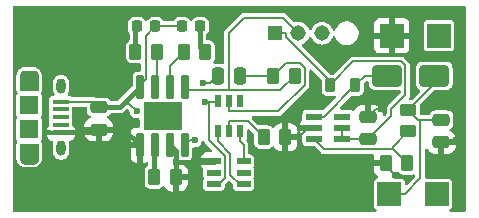
<source format=gbr>
%TF.GenerationSoftware,KiCad,Pcbnew,8.0.1*%
%TF.CreationDate,2024-04-19T14:44:52+05:30*%
%TF.ProjectId,Li-po_charger_with_BOOST,4c692d70-6f5f-4636-9861-726765725f77,rev?*%
%TF.SameCoordinates,Original*%
%TF.FileFunction,Copper,L1,Top*%
%TF.FilePolarity,Positive*%
%FSLAX46Y46*%
G04 Gerber Fmt 4.6, Leading zero omitted, Abs format (unit mm)*
G04 Created by KiCad (PCBNEW 8.0.1) date 2024-04-19 14:44:52*
%MOMM*%
%LPD*%
G01*
G04 APERTURE LIST*
G04 Aperture macros list*
%AMRoundRect*
0 Rectangle with rounded corners*
0 $1 Rounding radius*
0 $2 $3 $4 $5 $6 $7 $8 $9 X,Y pos of 4 corners*
0 Add a 4 corners polygon primitive as box body*
4,1,4,$2,$3,$4,$5,$6,$7,$8,$9,$2,$3,0*
0 Add four circle primitives for the rounded corners*
1,1,$1+$1,$2,$3*
1,1,$1+$1,$4,$5*
1,1,$1+$1,$6,$7*
1,1,$1+$1,$8,$9*
0 Add four rect primitives between the rounded corners*
20,1,$1+$1,$2,$3,$4,$5,0*
20,1,$1+$1,$4,$5,$6,$7,0*
20,1,$1+$1,$6,$7,$8,$9,0*
20,1,$1+$1,$8,$9,$2,$3,0*%
G04 Aperture macros list end*
%TA.AperFunction,EtchedComponent*%
%ADD10C,0.010000*%
%TD*%
%TA.AperFunction,SMDPad,CuDef*%
%ADD11R,1.350000X0.400000*%
%TD*%
%TA.AperFunction,ComponentPad*%
%ADD12O,0.800000X1.300000*%
%TD*%
%TA.AperFunction,ComponentPad*%
%ADD13O,1.500000X0.750000*%
%TD*%
%TA.AperFunction,SMDPad,CuDef*%
%ADD14R,1.550000X1.500000*%
%TD*%
%TA.AperFunction,SMDPad,CuDef*%
%ADD15RoundRect,0.250000X0.450000X-0.262500X0.450000X0.262500X-0.450000X0.262500X-0.450000X-0.262500X0*%
%TD*%
%TA.AperFunction,ComponentPad*%
%ADD16R,1.308000X1.308000*%
%TD*%
%TA.AperFunction,ComponentPad*%
%ADD17C,1.308000*%
%TD*%
%TA.AperFunction,ComponentPad*%
%ADD18R,2.000000X2.000000*%
%TD*%
%TA.AperFunction,SMDPad,CuDef*%
%ADD19RoundRect,0.250000X-0.262500X-0.450000X0.262500X-0.450000X0.262500X0.450000X-0.262500X0.450000X0*%
%TD*%
%TA.AperFunction,SMDPad,CuDef*%
%ADD20RoundRect,0.088500X-0.596500X-0.206500X0.596500X-0.206500X0.596500X0.206500X-0.596500X0.206500X0*%
%TD*%
%TA.AperFunction,SMDPad,CuDef*%
%ADD21RoundRect,0.088500X0.596500X0.206500X-0.596500X0.206500X-0.596500X-0.206500X0.596500X-0.206500X0*%
%TD*%
%TA.AperFunction,SMDPad,CuDef*%
%ADD22RoundRect,0.250000X1.000000X0.650000X-1.000000X0.650000X-1.000000X-0.650000X1.000000X-0.650000X0*%
%TD*%
%TA.AperFunction,SMDPad,CuDef*%
%ADD23RoundRect,0.250000X-0.475000X0.250000X-0.475000X-0.250000X0.475000X-0.250000X0.475000X0.250000X0*%
%TD*%
%TA.AperFunction,SMDPad,CuDef*%
%ADD24RoundRect,0.250000X0.475000X-0.250000X0.475000X0.250000X-0.475000X0.250000X-0.475000X-0.250000X0*%
%TD*%
%TA.AperFunction,SMDPad,CuDef*%
%ADD25RoundRect,0.088500X-0.516500X-0.206500X0.516500X-0.206500X0.516500X0.206500X-0.516500X0.206500X0*%
%TD*%
%TA.AperFunction,SMDPad,CuDef*%
%ADD26RoundRect,0.250000X0.262500X0.450000X-0.262500X0.450000X-0.262500X-0.450000X0.262500X-0.450000X0*%
%TD*%
%TA.AperFunction,SMDPad,CuDef*%
%ADD27R,0.600000X1.100000*%
%TD*%
%TA.AperFunction,SMDPad,CuDef*%
%ADD28RoundRect,0.042000X0.258000X-0.943000X0.258000X0.943000X-0.258000X0.943000X-0.258000X-0.943000X0*%
%TD*%
%TA.AperFunction,SMDPad,CuDef*%
%ADD29R,3.302000X2.413000*%
%TD*%
%TA.AperFunction,SMDPad,CuDef*%
%ADD30RoundRect,0.250000X-0.250000X-0.475000X0.250000X-0.475000X0.250000X0.475000X-0.250000X0.475000X0*%
%TD*%
%TA.AperFunction,SMDPad,CuDef*%
%ADD31RoundRect,0.218750X0.218750X0.256250X-0.218750X0.256250X-0.218750X-0.256250X0.218750X-0.256250X0*%
%TD*%
%TA.AperFunction,SMDPad,CuDef*%
%ADD32RoundRect,0.218750X-0.218750X-0.256250X0.218750X-0.256250X0.218750X0.256250X-0.218750X0.256250X0*%
%TD*%
%TA.AperFunction,SMDPad,CuDef*%
%ADD33RoundRect,0.218750X-0.218750X-0.381250X0.218750X-0.381250X0.218750X0.381250X-0.218750X0.381250X0*%
%TD*%
%TA.AperFunction,ViaPad*%
%ADD34C,0.600000*%
%TD*%
%TA.AperFunction,Conductor*%
%ADD35C,0.400000*%
%TD*%
%TA.AperFunction,Conductor*%
%ADD36C,0.200000*%
%TD*%
G04 APERTURE END LIST*
D10*
%TO.C,J2*%
X58401000Y-81356000D02*
X58427000Y-81358000D01*
X58453000Y-81361000D01*
X58479000Y-81366000D01*
X58504000Y-81372000D01*
X58530000Y-81379000D01*
X58554000Y-81388000D01*
X58578000Y-81398000D01*
X58602000Y-81409000D01*
X58625000Y-81422000D01*
X58647000Y-81436000D01*
X58669000Y-81450000D01*
X58690000Y-81466000D01*
X58710000Y-81483000D01*
X58729000Y-81501000D01*
X58747000Y-81520000D01*
X58764000Y-81540000D01*
X58780000Y-81561000D01*
X58794000Y-81583000D01*
X58808000Y-81605000D01*
X58821000Y-81628000D01*
X58832000Y-81652000D01*
X58842000Y-81676000D01*
X58851000Y-81700000D01*
X58858000Y-81726000D01*
X58864000Y-81751000D01*
X58869000Y-81777000D01*
X58872000Y-81803000D01*
X58874000Y-81829000D01*
X58875000Y-81855000D01*
X58875000Y-83000000D01*
X57325000Y-83000000D01*
X57325000Y-81855000D01*
X57326000Y-81829000D01*
X57328000Y-81803000D01*
X57331000Y-81777000D01*
X57336000Y-81751000D01*
X57342000Y-81726000D01*
X57349000Y-81700000D01*
X57358000Y-81676000D01*
X57368000Y-81652000D01*
X57379000Y-81628000D01*
X57392000Y-81605000D01*
X57406000Y-81583000D01*
X57420000Y-81561000D01*
X57436000Y-81540000D01*
X57453000Y-81520000D01*
X57471000Y-81501000D01*
X57490000Y-81483000D01*
X57510000Y-81466000D01*
X57531000Y-81450000D01*
X57553000Y-81436000D01*
X57575000Y-81422000D01*
X57598000Y-81409000D01*
X57622000Y-81398000D01*
X57646000Y-81388000D01*
X57670000Y-81379000D01*
X57696000Y-81372000D01*
X57721000Y-81366000D01*
X57747000Y-81361000D01*
X57773000Y-81358000D01*
X57799000Y-81356000D01*
X57825000Y-81355000D01*
X58375000Y-81355000D01*
X58401000Y-81356000D01*
%TA.AperFunction,EtchedComponent*%
G36*
X58401000Y-81356000D02*
G01*
X58427000Y-81358000D01*
X58453000Y-81361000D01*
X58479000Y-81366000D01*
X58504000Y-81372000D01*
X58530000Y-81379000D01*
X58554000Y-81388000D01*
X58578000Y-81398000D01*
X58602000Y-81409000D01*
X58625000Y-81422000D01*
X58647000Y-81436000D01*
X58669000Y-81450000D01*
X58690000Y-81466000D01*
X58710000Y-81483000D01*
X58729000Y-81501000D01*
X58747000Y-81520000D01*
X58764000Y-81540000D01*
X58780000Y-81561000D01*
X58794000Y-81583000D01*
X58808000Y-81605000D01*
X58821000Y-81628000D01*
X58832000Y-81652000D01*
X58842000Y-81676000D01*
X58851000Y-81700000D01*
X58858000Y-81726000D01*
X58864000Y-81751000D01*
X58869000Y-81777000D01*
X58872000Y-81803000D01*
X58874000Y-81829000D01*
X58875000Y-81855000D01*
X58875000Y-83000000D01*
X57325000Y-83000000D01*
X57325000Y-81855000D01*
X57326000Y-81829000D01*
X57328000Y-81803000D01*
X57331000Y-81777000D01*
X57336000Y-81751000D01*
X57342000Y-81726000D01*
X57349000Y-81700000D01*
X57358000Y-81676000D01*
X57368000Y-81652000D01*
X57379000Y-81628000D01*
X57392000Y-81605000D01*
X57406000Y-81583000D01*
X57420000Y-81561000D01*
X57436000Y-81540000D01*
X57453000Y-81520000D01*
X57471000Y-81501000D01*
X57490000Y-81483000D01*
X57510000Y-81466000D01*
X57531000Y-81450000D01*
X57553000Y-81436000D01*
X57575000Y-81422000D01*
X57598000Y-81409000D01*
X57622000Y-81398000D01*
X57646000Y-81388000D01*
X57670000Y-81379000D01*
X57696000Y-81372000D01*
X57721000Y-81366000D01*
X57747000Y-81361000D01*
X57773000Y-81358000D01*
X57799000Y-81356000D01*
X57825000Y-81355000D01*
X58375000Y-81355000D01*
X58401000Y-81356000D01*
G37*
%TD.AperFunction*%
X58875000Y-88745000D02*
X58874000Y-88771000D01*
X58872000Y-88797000D01*
X58869000Y-88823000D01*
X58864000Y-88849000D01*
X58858000Y-88874000D01*
X58851000Y-88900000D01*
X58842000Y-88924000D01*
X58832000Y-88948000D01*
X58821000Y-88972000D01*
X58808000Y-88995000D01*
X58794000Y-89017000D01*
X58780000Y-89039000D01*
X58764000Y-89060000D01*
X58747000Y-89080000D01*
X58729000Y-89099000D01*
X58710000Y-89117000D01*
X58690000Y-89134000D01*
X58669000Y-89150000D01*
X58647000Y-89164000D01*
X58625000Y-89178000D01*
X58602000Y-89191000D01*
X58578000Y-89202000D01*
X58554000Y-89212000D01*
X58530000Y-89221000D01*
X58504000Y-89228000D01*
X58479000Y-89234000D01*
X58453000Y-89239000D01*
X58427000Y-89242000D01*
X58401000Y-89244000D01*
X58375000Y-89245000D01*
X57825000Y-89245000D01*
X57799000Y-89244000D01*
X57773000Y-89242000D01*
X57747000Y-89239000D01*
X57721000Y-89234000D01*
X57696000Y-89228000D01*
X57670000Y-89221000D01*
X57646000Y-89212000D01*
X57622000Y-89202000D01*
X57598000Y-89191000D01*
X57575000Y-89178000D01*
X57553000Y-89164000D01*
X57531000Y-89150000D01*
X57510000Y-89134000D01*
X57490000Y-89117000D01*
X57471000Y-89099000D01*
X57453000Y-89080000D01*
X57436000Y-89060000D01*
X57420000Y-89039000D01*
X57406000Y-89017000D01*
X57392000Y-88995000D01*
X57379000Y-88972000D01*
X57368000Y-88948000D01*
X57358000Y-88924000D01*
X57349000Y-88900000D01*
X57342000Y-88874000D01*
X57336000Y-88849000D01*
X57331000Y-88823000D01*
X57328000Y-88797000D01*
X57326000Y-88771000D01*
X57325000Y-88745000D01*
X57325000Y-87600000D01*
X58875000Y-87600000D01*
X58875000Y-88745000D01*
%TA.AperFunction,EtchedComponent*%
G36*
X58875000Y-88745000D02*
G01*
X58874000Y-88771000D01*
X58872000Y-88797000D01*
X58869000Y-88823000D01*
X58864000Y-88849000D01*
X58858000Y-88874000D01*
X58851000Y-88900000D01*
X58842000Y-88924000D01*
X58832000Y-88948000D01*
X58821000Y-88972000D01*
X58808000Y-88995000D01*
X58794000Y-89017000D01*
X58780000Y-89039000D01*
X58764000Y-89060000D01*
X58747000Y-89080000D01*
X58729000Y-89099000D01*
X58710000Y-89117000D01*
X58690000Y-89134000D01*
X58669000Y-89150000D01*
X58647000Y-89164000D01*
X58625000Y-89178000D01*
X58602000Y-89191000D01*
X58578000Y-89202000D01*
X58554000Y-89212000D01*
X58530000Y-89221000D01*
X58504000Y-89228000D01*
X58479000Y-89234000D01*
X58453000Y-89239000D01*
X58427000Y-89242000D01*
X58401000Y-89244000D01*
X58375000Y-89245000D01*
X57825000Y-89245000D01*
X57799000Y-89244000D01*
X57773000Y-89242000D01*
X57747000Y-89239000D01*
X57721000Y-89234000D01*
X57696000Y-89228000D01*
X57670000Y-89221000D01*
X57646000Y-89212000D01*
X57622000Y-89202000D01*
X57598000Y-89191000D01*
X57575000Y-89178000D01*
X57553000Y-89164000D01*
X57531000Y-89150000D01*
X57510000Y-89134000D01*
X57490000Y-89117000D01*
X57471000Y-89099000D01*
X57453000Y-89080000D01*
X57436000Y-89060000D01*
X57420000Y-89039000D01*
X57406000Y-89017000D01*
X57392000Y-88995000D01*
X57379000Y-88972000D01*
X57368000Y-88948000D01*
X57358000Y-88924000D01*
X57349000Y-88900000D01*
X57342000Y-88874000D01*
X57336000Y-88849000D01*
X57331000Y-88823000D01*
X57328000Y-88797000D01*
X57326000Y-88771000D01*
X57325000Y-88745000D01*
X57325000Y-87600000D01*
X58875000Y-87600000D01*
X58875000Y-88745000D01*
G37*
%TD.AperFunction*%
%TD*%
D11*
%TO.P,J2,1,1*%
%TO.N,/VBUS*%
X60775000Y-84000000D03*
%TO.P,J2,2,2*%
%TO.N,unconnected-(J2-Pad2)*%
X60775000Y-84650000D03*
%TO.P,J2,3,3*%
%TO.N,unconnected-(J2-Pad3)*%
X60775000Y-85300000D03*
%TO.P,J2,4,4*%
%TO.N,unconnected-(J2-Pad4)*%
X60775000Y-85950000D03*
%TO.P,J2,5,5*%
%TO.N,GND*%
X60775000Y-86600000D03*
D12*
%TO.P,J2,S1,SHIELD*%
%TO.N,unconnected-(J2-SHIELD-PadS1)_0*%
X60800000Y-82650000D03*
%TO.P,J2,S2,SHIELD*%
%TO.N,unconnected-(J2-SHIELD-PadS1)_1*%
X60800000Y-87950000D03*
D13*
%TO.P,J2,S3,SHIELD*%
%TO.N,unconnected-(J2-SHIELD-PadS1)_3*%
X58100000Y-81775000D03*
D14*
%TO.P,J2,S4,SHIELD*%
%TO.N,unconnected-(J2-SHIELD-PadS1)_2*%
X58100000Y-84300000D03*
%TO.P,J2,S5,SHIELD*%
%TO.N,unconnected-(J2-SHIELD-PadS1)*%
X58100000Y-86300000D03*
D13*
%TO.P,J2,S6,SHIELD*%
%TO.N,unconnected-(J2-SHIELD-PadS1)_4*%
X58100000Y-88825000D03*
%TD*%
D15*
%TO.P,R6,1*%
%TO.N,Net-(U2-FB)*%
X90200000Y-86512500D03*
%TO.P,R6,2*%
%TO.N,Net-(D3-K)*%
X90200000Y-84687500D03*
%TD*%
D16*
%TO.P,S1,1,1*%
%TO.N,Net-(U2-EN)*%
X78900000Y-78200000D03*
D17*
%TO.P,S1,2,2*%
%TO.N,/BAT*%
X80900000Y-78200000D03*
%TO.P,S1,3,3*%
%TO.N,unconnected-(S1-Pad3)*%
X82900000Y-78200000D03*
%TD*%
D18*
%TO.P,H5,1,1*%
%TO.N,Net-(D3-K)*%
X88600000Y-91800000D03*
%TD*%
D19*
%TO.P,R7,1*%
%TO.N,GND*%
X88287500Y-89200000D03*
%TO.P,R7,2*%
%TO.N,Net-(U2-FB)*%
X90112500Y-89200000D03*
%TD*%
D20*
%TO.P,U2,1,SW*%
%TO.N,Net-(D3-A)*%
X82230000Y-85250000D03*
%TO.P,U2,2,GND*%
%TO.N,GND*%
X82230000Y-86200000D03*
%TO.P,U2,3,FB*%
%TO.N,Net-(U2-FB)*%
X82230000Y-87150000D03*
D21*
%TO.P,U2,4,EN*%
%TO.N,Net-(U2-EN)*%
X84570000Y-87150000D03*
%TO.P,U2,5,IN*%
X84570000Y-86200000D03*
%TO.P,U2,6*%
%TO.N,N/C*%
X84570000Y-85250000D03*
%TD*%
D18*
%TO.P,H1,1,1*%
%TO.N,/BAT*%
X92600000Y-91800000D03*
%TD*%
D22*
%TO.P,D3,1,K*%
%TO.N,Net-(D3-K)*%
X92400000Y-81800000D03*
%TO.P,D3,2,A*%
%TO.N,Net-(D3-A)*%
X88400000Y-81800000D03*
%TD*%
D19*
%TO.P,R2,1*%
%TO.N,Net-(U1-PROG)*%
X68687500Y-90400000D03*
%TO.P,R2,2*%
%TO.N,GND*%
X70512500Y-90400000D03*
%TD*%
D23*
%TO.P,C5,1*%
%TO.N,/VBUS*%
X64000000Y-84450000D03*
%TO.P,C5,2*%
%TO.N,GND*%
X64000000Y-86350000D03*
%TD*%
D24*
%TO.P,C3,1*%
%TO.N,Net-(U2-EN)*%
X86800000Y-87187500D03*
%TO.P,C3,2*%
%TO.N,GND*%
X86800000Y-85287500D03*
%TD*%
D23*
%TO.P,C4,1*%
%TO.N,Net-(D3-K)*%
X93000000Y-85537500D03*
%TO.P,C4,2*%
%TO.N,GND*%
X93000000Y-87437500D03*
%TD*%
D25*
%TO.P,Q1,1*%
%TO.N,GND*%
X73745000Y-89050000D03*
%TO.P,Q1,2*%
%TO.N,unconnected-(Q1-Pad2)_0*%
X73745000Y-90000000D03*
%TO.P,Q1,3*%
%TO.N,/BAT-*%
X73745000Y-90950000D03*
%TO.P,Q1,4*%
%TO.N,Net-(IC1-OD)*%
X76255000Y-90950000D03*
%TO.P,Q1,5*%
%TO.N,unconnected-(Q1-Pad2)*%
X76255000Y-90000000D03*
%TO.P,Q1,6*%
%TO.N,Net-(IC1-OC)*%
X76255000Y-89050000D03*
%TD*%
D26*
%TO.P,R3,1*%
%TO.N,Net-(D2-K)*%
X73025000Y-79800000D03*
%TO.P,R3,2*%
%TO.N,Net-(U1-~{STDBY})*%
X71200000Y-79800000D03*
%TD*%
%TO.P,R1,1*%
%TO.N,Net-(U1-~{CHRG})*%
X68925000Y-79745000D03*
%TO.P,R1,2*%
%TO.N,Net-(D1-K)*%
X67100000Y-79745000D03*
%TD*%
D27*
%TO.P,IC1,1,OD*%
%TO.N,Net-(IC1-OD)*%
X74050000Y-86500000D03*
%TO.P,IC1,2,CS*%
%TO.N,Net-(IC1-CS)*%
X75000000Y-86500000D03*
%TO.P,IC1,3,OC*%
%TO.N,Net-(IC1-OC)*%
X75950000Y-86500000D03*
%TO.P,IC1,4,TD*%
%TO.N,unconnected-(IC1-TD-Pad4)*%
X75950000Y-83900000D03*
%TO.P,IC1,5,VCC*%
%TO.N,Net-(IC1-VCC)*%
X75000000Y-83960000D03*
%TO.P,IC1,6,GND*%
%TO.N,/BAT-*%
X74050000Y-83900000D03*
%TD*%
D28*
%TO.P,U1,1,TEMP*%
%TO.N,GND*%
X67495000Y-87675000D03*
%TO.P,U1,2,PROG*%
%TO.N,Net-(U1-PROG)*%
X68765000Y-87675000D03*
%TO.P,U1,3,GND*%
%TO.N,GND*%
X70035000Y-87675000D03*
%TO.P,U1,4,VCC*%
%TO.N,/VBUS*%
X71305000Y-87675000D03*
%TO.P,U1,5,BAT*%
%TO.N,/BAT*%
X71305000Y-82725000D03*
%TO.P,U1,6,~{STDBY}*%
%TO.N,Net-(U1-~{STDBY})*%
X70035000Y-82725000D03*
%TO.P,U1,7,~{CHRG}*%
%TO.N,Net-(U1-~{CHRG})*%
X68765000Y-82725000D03*
%TO.P,U1,8,CE*%
%TO.N,/VBUS*%
X67495000Y-82725000D03*
D29*
%TO.P,U1,9,EP*%
%TO.N,unconnected-(U1-EP-Pad9)*%
X69400000Y-85200000D03*
%TD*%
D18*
%TO.P,H4,1,1*%
%TO.N,GND*%
X88800000Y-78400000D03*
%TD*%
D30*
%TO.P,C2,1*%
%TO.N,/BAT-*%
X74050000Y-81800000D03*
%TO.P,C2,2*%
%TO.N,Net-(IC1-VCC)*%
X75950000Y-81800000D03*
%TD*%
D31*
%TO.P,D2,1,K*%
%TO.N,Net-(D2-K)*%
X72587500Y-77600000D03*
%TO.P,D2,2,A*%
%TO.N,/VBUS*%
X71012500Y-77600000D03*
%TD*%
D18*
%TO.P,H2,1,1*%
%TO.N,/BAT-*%
X92800000Y-78400000D03*
%TD*%
D32*
%TO.P,D1,1,K*%
%TO.N,Net-(D1-K)*%
X67225000Y-77600000D03*
%TO.P,D1,2,A*%
%TO.N,/VBUS*%
X68800000Y-77600000D03*
%TD*%
D19*
%TO.P,R4,1*%
%TO.N,Net-(IC1-VCC)*%
X78775000Y-81800000D03*
%TO.P,R4,2*%
%TO.N,/BAT*%
X80600000Y-81800000D03*
%TD*%
D33*
%TO.P,L1,1,1*%
%TO.N,Net-(U2-EN)*%
X83600000Y-82600000D03*
%TO.P,L1,2,2*%
%TO.N,Net-(D3-A)*%
X85725000Y-82600000D03*
%TD*%
D19*
%TO.P,R5,1*%
%TO.N,Net-(IC1-CS)*%
X77975000Y-87000000D03*
%TO.P,R5,2*%
%TO.N,GND*%
X79800000Y-87000000D03*
%TD*%
D34*
%TO.N,/BAT-*%
X73000000Y-84000000D03*
X72800000Y-82400000D03*
%TO.N,/VBUS*%
X67204100Y-84810000D03*
X72108500Y-87270600D03*
%TO.N,GND*%
X70572500Y-89114000D03*
X87904000Y-84599800D03*
X80929100Y-87000000D03*
X94242500Y-87257000D03*
X89064400Y-90214900D03*
%TD*%
D35*
%TO.N,GND*%
X62515600Y-86600000D02*
X60775000Y-86600000D01*
D36*
%TO.N,/VBUS*%
X60775000Y-84000000D02*
X63550000Y-84000000D01*
X63550000Y-84000000D02*
X64000000Y-84450000D01*
%TO.N,/BAT*%
X71605000Y-83025000D02*
X75000000Y-83025000D01*
X71305000Y-82725000D02*
X71605000Y-83025000D01*
X79375000Y-83025000D02*
X80600000Y-81800000D01*
X75000000Y-83025000D02*
X79375000Y-83025000D01*
X79594100Y-76894100D02*
X80900000Y-78200000D01*
X76253100Y-76894100D02*
X79594100Y-76894100D01*
X75000000Y-78147200D02*
X76253100Y-76894100D01*
X75000000Y-83025000D02*
X75000000Y-78147200D01*
%TO.N,/BAT-*%
X73450000Y-82400000D02*
X72800000Y-82400000D01*
X74050000Y-81800000D02*
X73450000Y-82400000D01*
X73000000Y-84000000D02*
X73325000Y-84000000D01*
X73950000Y-84000000D02*
X74050000Y-83900000D01*
X73325000Y-84000000D02*
X73950000Y-84000000D01*
X74145700Y-90950000D02*
X73745000Y-90950000D01*
X74652100Y-90443600D02*
X74145700Y-90950000D01*
X74652100Y-88601800D02*
X74652100Y-90443600D01*
X73325000Y-87274700D02*
X74652100Y-88601800D01*
X73325000Y-84000000D02*
X73325000Y-87274700D01*
%TO.N,Net-(U2-FB)*%
X83091500Y-88011500D02*
X88924000Y-88011500D01*
X82230000Y-87150000D02*
X83091500Y-88011500D01*
X90112500Y-89200000D02*
X88924000Y-88011500D01*
X88924000Y-87788500D02*
X90200000Y-86512500D01*
X88924000Y-88011500D02*
X88924000Y-87788500D01*
%TO.N,Net-(U1-~{STDBY})*%
X70035000Y-80965000D02*
X70035000Y-82725000D01*
X71200000Y-79800000D02*
X70035000Y-80965000D01*
D35*
%TO.N,Net-(U1-PROG)*%
X68687500Y-87752500D02*
X68765000Y-87675000D01*
X68687500Y-90400000D02*
X68687500Y-87752500D01*
D36*
%TO.N,Net-(U1-~{CHRG})*%
X68925000Y-82565000D02*
X68765000Y-82725000D01*
X68925000Y-79745000D02*
X68925000Y-82565000D01*
%TO.N,Net-(IC1-OC)*%
X76255000Y-87656700D02*
X76255000Y-89050000D01*
X75950000Y-87351700D02*
X76255000Y-87656700D01*
X75950000Y-86500000D02*
X75950000Y-87351700D01*
%TO.N,Net-(IC1-CS)*%
X76623300Y-85648300D02*
X77975000Y-87000000D01*
X75000000Y-85648300D02*
X76623300Y-85648300D01*
X75000000Y-86500000D02*
X75000000Y-85648300D01*
%TO.N,Net-(IC1-OD)*%
X74050000Y-86500000D02*
X74050000Y-87351700D01*
X75142400Y-88444100D02*
X74050000Y-87351700D01*
X75142400Y-90172100D02*
X75142400Y-88444100D01*
X75920300Y-90950000D02*
X75142400Y-90172100D01*
X76255000Y-90950000D02*
X75920300Y-90950000D01*
%TO.N,Net-(D3-A)*%
X83075000Y-85250000D02*
X85725000Y-82600000D01*
X82230000Y-85250000D02*
X83075000Y-85250000D01*
X86525000Y-81800000D02*
X85725000Y-82600000D01*
X88400000Y-81800000D02*
X86525000Y-81800000D01*
D35*
%TO.N,Net-(D2-K)*%
X72587500Y-79362500D02*
X73025000Y-79800000D01*
X72587500Y-77600000D02*
X72587500Y-79362500D01*
%TO.N,Net-(D1-K)*%
X67100000Y-77725000D02*
X67225000Y-77600000D01*
X67100000Y-79745000D02*
X67100000Y-77725000D01*
D36*
%TO.N,/VBUS*%
X68800000Y-77600000D02*
X71012500Y-77600000D01*
X67962500Y-78437500D02*
X68800000Y-77600000D01*
X67962500Y-82037500D02*
X67962500Y-78437500D01*
X67495000Y-82505000D02*
X67962500Y-82037500D01*
X67495000Y-82725000D02*
X67495000Y-82505000D01*
D35*
X65770000Y-84450000D02*
X66048300Y-84171700D01*
X64000000Y-84450000D02*
X65770000Y-84450000D01*
X66048300Y-84171700D02*
X67495000Y-82725000D01*
D36*
X66565800Y-84171700D02*
X67204100Y-84810000D01*
X66048300Y-84171700D02*
X66565800Y-84171700D01*
X72108500Y-87270700D02*
X72108500Y-87270600D01*
X71709300Y-87270700D02*
X72108500Y-87270700D01*
X71305000Y-87675000D02*
X71709300Y-87270700D01*
%TO.N,Net-(D3-K)*%
X92400000Y-82487500D02*
X90200000Y-84687500D01*
X92400000Y-81800000D02*
X92400000Y-82487500D01*
X88600000Y-91800000D02*
X89901700Y-91800000D01*
X91212000Y-90489700D02*
X89901700Y-91800000D01*
X91212000Y-85537500D02*
X91212000Y-90489700D01*
X93000000Y-85537500D02*
X91212000Y-85537500D01*
X91050000Y-85537500D02*
X90200000Y-84687500D01*
X91212000Y-85537500D02*
X91050000Y-85537500D01*
%TO.N,Net-(U2-EN)*%
X84570000Y-86200000D02*
X84570000Y-87150000D01*
X78900000Y-78200000D02*
X79855700Y-78200000D01*
X84607500Y-87187500D02*
X86800000Y-87187500D01*
X84570000Y-87150000D02*
X84607500Y-87187500D01*
X79855700Y-78527900D02*
X79855700Y-78200000D01*
X83727100Y-82399300D02*
X79855700Y-78527900D01*
X85550100Y-80576300D02*
X83727100Y-82399300D01*
X89610000Y-80576300D02*
X85550100Y-80576300D01*
X89955300Y-80921600D02*
X89610000Y-80576300D01*
X89955300Y-83428400D02*
X89955300Y-80921600D01*
X88774300Y-84609400D02*
X89955300Y-83428400D01*
X88774300Y-85213200D02*
X88774300Y-84609400D01*
X86800000Y-87187500D02*
X88774300Y-85213200D01*
X83600000Y-82526400D02*
X83600000Y-82600000D01*
X83727100Y-82399300D02*
X83600000Y-82526400D01*
%TO.N,Net-(IC1-VCC)*%
X75000000Y-83960000D02*
X75000000Y-84811700D01*
X79162900Y-84811700D02*
X75000000Y-84811700D01*
X81426400Y-82548200D02*
X79162900Y-84811700D01*
X81426400Y-81132400D02*
X81426400Y-82548200D01*
X81050300Y-80756300D02*
X81426400Y-81132400D01*
X79818700Y-80756300D02*
X81050300Y-80756300D01*
X78775000Y-81800000D02*
X79818700Y-80756300D01*
X75950000Y-81800000D02*
X78775000Y-81800000D01*
D35*
%TO.N,GND*%
X70512500Y-90400000D02*
X70512500Y-89000000D01*
X66170000Y-86350000D02*
X67495000Y-87675000D01*
X64000000Y-86350000D02*
X66170000Y-86350000D01*
X70512500Y-88152500D02*
X70035000Y-87675000D01*
X70512500Y-89000000D02*
X70512500Y-88152500D01*
X73735000Y-89060000D02*
X70572500Y-89060000D01*
X73745000Y-89050000D02*
X73735000Y-89060000D01*
X70572500Y-89060000D02*
X70512500Y-89000000D01*
D36*
X70572500Y-89114000D02*
X70572500Y-89060000D01*
D35*
X63750000Y-86600000D02*
X64000000Y-86350000D01*
X62515600Y-86600000D02*
X63750000Y-86600000D01*
D36*
X87487700Y-84599800D02*
X86800000Y-85287500D01*
X87904000Y-84599800D02*
X87487700Y-84599800D01*
X79800000Y-87000000D02*
X80929100Y-87000000D01*
X81729100Y-86200000D02*
X82230000Y-86200000D01*
X80929100Y-87000000D02*
X81729100Y-86200000D01*
X93180500Y-87257000D02*
X93000000Y-87437500D01*
X94242500Y-87257000D02*
X93180500Y-87257000D01*
X88287500Y-89438000D02*
X88287500Y-89200000D01*
X89064400Y-90214900D02*
X88287500Y-89438000D01*
%TD*%
%TA.AperFunction,Conductor*%
%TO.N,GND*%
G36*
X95042539Y-75920185D02*
G01*
X95088294Y-75972989D01*
X95099500Y-76024500D01*
X95099500Y-93175500D01*
X95079815Y-93242539D01*
X95027011Y-93288294D01*
X94975500Y-93299500D01*
X93800520Y-93299500D01*
X93733481Y-93279815D01*
X93687726Y-93227011D01*
X93677782Y-93157853D01*
X93706807Y-93094297D01*
X93750430Y-93062067D01*
X93772765Y-93052206D01*
X93852206Y-92972765D01*
X93897585Y-92869991D01*
X93900500Y-92844865D01*
X93900499Y-90755136D01*
X93900497Y-90755117D01*
X93897586Y-90730012D01*
X93897585Y-90730010D01*
X93897585Y-90730009D01*
X93852206Y-90627235D01*
X93772765Y-90547794D01*
X93735396Y-90531294D01*
X93669992Y-90502415D01*
X93644868Y-90499500D01*
X93644865Y-90499500D01*
X91736500Y-90499500D01*
X91669461Y-90479815D01*
X91623706Y-90427011D01*
X91612500Y-90375500D01*
X91612500Y-88073983D01*
X91632185Y-88006944D01*
X91684989Y-87961189D01*
X91754147Y-87951245D01*
X91817703Y-87980270D01*
X91842039Y-88008886D01*
X91932684Y-88155845D01*
X92056654Y-88279815D01*
X92205875Y-88371856D01*
X92205880Y-88371858D01*
X92372302Y-88427005D01*
X92372309Y-88427006D01*
X92475019Y-88437499D01*
X92749999Y-88437499D01*
X92750000Y-88437498D01*
X92750000Y-87687500D01*
X93250000Y-87687500D01*
X93250000Y-88437499D01*
X93524972Y-88437499D01*
X93524986Y-88437498D01*
X93627697Y-88427005D01*
X93794119Y-88371858D01*
X93794124Y-88371856D01*
X93943345Y-88279815D01*
X94067315Y-88155845D01*
X94159356Y-88006624D01*
X94159358Y-88006619D01*
X94214505Y-87840197D01*
X94214506Y-87840190D01*
X94224999Y-87737486D01*
X94225000Y-87737473D01*
X94225000Y-87687500D01*
X93250000Y-87687500D01*
X92750000Y-87687500D01*
X92750000Y-87311500D01*
X92769685Y-87244461D01*
X92822489Y-87198706D01*
X92874000Y-87187500D01*
X94224999Y-87187500D01*
X94224999Y-87137528D01*
X94224998Y-87137513D01*
X94214505Y-87034802D01*
X94159358Y-86868380D01*
X94159356Y-86868375D01*
X94067315Y-86719154D01*
X93943345Y-86595184D01*
X93794124Y-86503143D01*
X93794121Y-86503142D01*
X93772241Y-86495892D01*
X93714797Y-86456119D01*
X93687974Y-86391603D01*
X93700289Y-86322827D01*
X93741605Y-86278332D01*
X93740584Y-86276986D01*
X93867922Y-86180422D01*
X93906299Y-86129815D01*
X93959361Y-86059842D01*
X94014877Y-85919064D01*
X94025500Y-85830602D01*
X94025500Y-85244398D01*
X94014877Y-85155936D01*
X93959361Y-85015158D01*
X93959360Y-85015157D01*
X93959360Y-85015156D01*
X93867922Y-84894577D01*
X93747343Y-84803139D01*
X93606561Y-84747622D01*
X93560926Y-84742142D01*
X93518102Y-84737000D01*
X92481898Y-84737000D01*
X92442853Y-84741688D01*
X92393438Y-84747622D01*
X92252656Y-84803139D01*
X92132077Y-84894577D01*
X92040638Y-85015158D01*
X92040637Y-85015160D01*
X92023550Y-85058490D01*
X91980644Y-85113634D01*
X91914736Y-85136827D01*
X91908196Y-85137000D01*
X91323001Y-85137000D01*
X91255962Y-85117315D01*
X91210207Y-85064511D01*
X91199886Y-84998214D01*
X91200500Y-84993101D01*
X91200500Y-84381897D01*
X91193909Y-84327014D01*
X91205459Y-84258106D01*
X91229340Y-84224551D01*
X92417074Y-83036819D01*
X92478397Y-83003334D01*
X92504755Y-83000500D01*
X93443097Y-83000500D01*
X93443102Y-83000500D01*
X93531564Y-82989877D01*
X93672342Y-82934361D01*
X93792922Y-82842922D01*
X93884361Y-82722342D01*
X93939877Y-82581564D01*
X93950500Y-82493102D01*
X93950500Y-81106898D01*
X93939877Y-81018436D01*
X93884361Y-80877658D01*
X93884360Y-80877657D01*
X93884360Y-80877656D01*
X93792922Y-80757077D01*
X93672343Y-80665639D01*
X93531561Y-80610122D01*
X93485926Y-80604642D01*
X93443102Y-80599500D01*
X91356898Y-80599500D01*
X91317853Y-80604188D01*
X91268438Y-80610122D01*
X91127656Y-80665639D01*
X91007077Y-80757077D01*
X90915639Y-80877656D01*
X90860122Y-81018438D01*
X90854642Y-81064075D01*
X90849500Y-81106898D01*
X90849500Y-82493102D01*
X90853282Y-82524597D01*
X90860122Y-82581561D01*
X90860122Y-82581563D01*
X90860123Y-82581564D01*
X90867759Y-82600927D01*
X90915639Y-82722343D01*
X91007077Y-82842922D01*
X91046727Y-82872989D01*
X91127658Y-82934361D01*
X91137594Y-82938279D01*
X91192740Y-82981183D01*
X91215935Y-83047090D01*
X91199816Y-83115075D01*
X91179789Y-83141316D01*
X90482926Y-83838181D01*
X90421603Y-83871666D01*
X90395245Y-83874500D01*
X90373618Y-83874500D01*
X90306579Y-83854815D01*
X90260824Y-83802011D01*
X90250880Y-83732853D01*
X90272405Y-83681748D01*
X90271716Y-83681351D01*
X90274884Y-83675863D01*
X90275243Y-83675012D01*
X90275772Y-83674320D01*
X90275780Y-83674313D01*
X90328507Y-83582988D01*
X90355800Y-83481127D01*
X90355800Y-83375673D01*
X90355800Y-80868873D01*
X90340058Y-80810123D01*
X90328507Y-80767012D01*
X90275780Y-80675687D01*
X89855913Y-80255820D01*
X89810250Y-80229456D01*
X89764589Y-80203093D01*
X89713657Y-80189446D01*
X89662727Y-80175800D01*
X85497373Y-80175800D01*
X85395511Y-80203093D01*
X85381139Y-80211392D01*
X85381138Y-80211392D01*
X85304190Y-80255817D01*
X85304185Y-80255821D01*
X83896825Y-81663181D01*
X83835502Y-81696666D01*
X83809144Y-81699500D01*
X83645055Y-81699500D01*
X83578016Y-81679815D01*
X83557374Y-81663181D01*
X81342037Y-79447844D01*
X87300000Y-79447844D01*
X87306401Y-79507372D01*
X87306403Y-79507379D01*
X87356645Y-79642086D01*
X87356649Y-79642093D01*
X87442809Y-79757187D01*
X87442812Y-79757190D01*
X87557906Y-79843350D01*
X87557913Y-79843354D01*
X87692620Y-79893596D01*
X87692627Y-79893598D01*
X87752155Y-79899999D01*
X87752172Y-79900000D01*
X88550000Y-79900000D01*
X88550000Y-78833012D01*
X88607007Y-78865925D01*
X88734174Y-78900000D01*
X88865826Y-78900000D01*
X88992993Y-78865925D01*
X89050000Y-78833012D01*
X89050000Y-79900000D01*
X89847828Y-79900000D01*
X89847844Y-79899999D01*
X89907372Y-79893598D01*
X89907379Y-79893596D01*
X90042086Y-79843354D01*
X90042093Y-79843350D01*
X90157187Y-79757190D01*
X90157190Y-79757187D01*
X90243350Y-79642093D01*
X90243354Y-79642086D01*
X90293596Y-79507379D01*
X90293598Y-79507372D01*
X90299999Y-79447844D01*
X90300000Y-79447827D01*
X90300000Y-79444856D01*
X91499500Y-79444856D01*
X91499502Y-79444882D01*
X91502413Y-79469987D01*
X91502415Y-79469991D01*
X91547793Y-79572764D01*
X91547794Y-79572765D01*
X91627235Y-79652206D01*
X91730009Y-79697585D01*
X91755135Y-79700500D01*
X93844864Y-79700499D01*
X93844879Y-79700497D01*
X93844882Y-79700497D01*
X93869987Y-79697586D01*
X93869988Y-79697585D01*
X93869991Y-79697585D01*
X93972765Y-79652206D01*
X94052206Y-79572765D01*
X94097585Y-79469991D01*
X94100500Y-79444865D01*
X94100499Y-77355136D01*
X94100497Y-77355117D01*
X94097586Y-77330012D01*
X94097585Y-77330010D01*
X94097585Y-77330009D01*
X94052206Y-77227235D01*
X93972765Y-77147794D01*
X93925696Y-77127011D01*
X93869992Y-77102415D01*
X93844865Y-77099500D01*
X91755143Y-77099500D01*
X91755117Y-77099502D01*
X91730012Y-77102413D01*
X91730008Y-77102415D01*
X91627235Y-77147793D01*
X91547794Y-77227234D01*
X91502415Y-77330006D01*
X91502415Y-77330008D01*
X91499500Y-77355131D01*
X91499500Y-79444856D01*
X90300000Y-79444856D01*
X90300000Y-78650000D01*
X89233012Y-78650000D01*
X89265925Y-78592993D01*
X89300000Y-78465826D01*
X89300000Y-78334174D01*
X89265925Y-78207007D01*
X89233012Y-78150000D01*
X90300000Y-78150000D01*
X90300000Y-77352172D01*
X90299999Y-77352155D01*
X90293598Y-77292627D01*
X90293596Y-77292620D01*
X90243354Y-77157913D01*
X90243350Y-77157906D01*
X90157190Y-77042812D01*
X90157187Y-77042809D01*
X90042093Y-76956649D01*
X90042086Y-76956645D01*
X89907379Y-76906403D01*
X89907372Y-76906401D01*
X89847844Y-76900000D01*
X89050000Y-76900000D01*
X89050000Y-77966988D01*
X88992993Y-77934075D01*
X88865826Y-77900000D01*
X88734174Y-77900000D01*
X88607007Y-77934075D01*
X88550000Y-77966988D01*
X88550000Y-76900000D01*
X87752155Y-76900000D01*
X87692627Y-76906401D01*
X87692620Y-76906403D01*
X87557913Y-76956645D01*
X87557906Y-76956649D01*
X87442812Y-77042809D01*
X87442809Y-77042812D01*
X87356649Y-77157906D01*
X87356645Y-77157913D01*
X87306403Y-77292620D01*
X87306401Y-77292627D01*
X87300000Y-77352155D01*
X87300000Y-78150000D01*
X88366988Y-78150000D01*
X88334075Y-78207007D01*
X88300000Y-78334174D01*
X88300000Y-78465826D01*
X88334075Y-78592993D01*
X88366988Y-78650000D01*
X87300000Y-78650000D01*
X87300000Y-79447844D01*
X81342037Y-79447844D01*
X81193325Y-79299132D01*
X81159840Y-79237809D01*
X81164824Y-79168117D01*
X81206696Y-79112184D01*
X81245010Y-79092791D01*
X81267039Y-79086109D01*
X81282850Y-79077658D01*
X81432851Y-78997481D01*
X81432853Y-78997478D01*
X81432857Y-78997477D01*
X81578199Y-78878199D01*
X81697477Y-78732857D01*
X81697478Y-78732853D01*
X81697481Y-78732851D01*
X81788981Y-78561667D01*
X81790444Y-78562449D01*
X81829271Y-78514259D01*
X81895563Y-78492188D01*
X81963264Y-78509462D01*
X82010879Y-78560595D01*
X82013420Y-78566159D01*
X82102518Y-78732851D01*
X82102523Y-78732857D01*
X82221800Y-78878199D01*
X82367142Y-78997476D01*
X82367148Y-78997481D01*
X82517150Y-79077658D01*
X82532961Y-79086109D01*
X82650469Y-79121755D01*
X82712882Y-79140688D01*
X82712884Y-79140689D01*
X82729660Y-79142341D01*
X82900000Y-79159118D01*
X83087115Y-79140689D01*
X83267039Y-79086109D01*
X83361194Y-79035782D01*
X83432851Y-78997481D01*
X83432853Y-78997478D01*
X83432857Y-78997477D01*
X83578199Y-78878199D01*
X83697477Y-78732857D01*
X83697478Y-78732853D01*
X83697481Y-78732851D01*
X83786107Y-78567043D01*
X83786107Y-78567042D01*
X83786109Y-78567039D01*
X83805143Y-78504291D01*
X83843440Y-78445855D01*
X83907252Y-78417399D01*
X83976319Y-78427959D01*
X84028713Y-78474183D01*
X84038364Y-78492837D01*
X84113364Y-78673907D01*
X84113371Y-78673920D01*
X84222860Y-78837781D01*
X84222863Y-78837785D01*
X84362214Y-78977136D01*
X84362218Y-78977139D01*
X84526079Y-79086628D01*
X84526092Y-79086635D01*
X84701084Y-79159118D01*
X84708165Y-79162051D01*
X84708169Y-79162051D01*
X84708170Y-79162052D01*
X84901456Y-79200500D01*
X84901459Y-79200500D01*
X85098543Y-79200500D01*
X85228582Y-79174632D01*
X85291835Y-79162051D01*
X85473914Y-79086632D01*
X85637782Y-78977139D01*
X85777139Y-78837782D01*
X85886632Y-78673914D01*
X85962051Y-78491835D01*
X85987389Y-78364454D01*
X86000500Y-78298543D01*
X86000500Y-78101456D01*
X85962052Y-77908170D01*
X85962051Y-77908169D01*
X85962051Y-77908165D01*
X85934004Y-77840453D01*
X85886635Y-77726092D01*
X85886628Y-77726079D01*
X85777139Y-77562218D01*
X85777136Y-77562214D01*
X85637785Y-77422863D01*
X85637781Y-77422860D01*
X85473920Y-77313371D01*
X85473907Y-77313364D01*
X85291839Y-77237950D01*
X85291829Y-77237947D01*
X85098543Y-77199500D01*
X85098541Y-77199500D01*
X84901459Y-77199500D01*
X84901457Y-77199500D01*
X84708170Y-77237947D01*
X84708160Y-77237950D01*
X84526092Y-77313364D01*
X84526079Y-77313371D01*
X84362218Y-77422860D01*
X84362214Y-77422863D01*
X84222863Y-77562214D01*
X84222860Y-77562218D01*
X84113371Y-77726079D01*
X84113364Y-77726092D01*
X84038364Y-77907162D01*
X83994523Y-77961566D01*
X83928229Y-77983631D01*
X83860530Y-77966352D01*
X83812919Y-77915215D01*
X83805143Y-77895706D01*
X83791398Y-77850397D01*
X83786109Y-77832961D01*
X83765657Y-77794698D01*
X83697481Y-77667148D01*
X83697476Y-77667142D01*
X83578199Y-77521800D01*
X83432857Y-77402523D01*
X83432851Y-77402518D01*
X83267040Y-77313891D01*
X83087117Y-77259311D01*
X83087115Y-77259310D01*
X82900000Y-77240882D01*
X82712884Y-77259310D01*
X82712882Y-77259311D01*
X82532959Y-77313891D01*
X82367148Y-77402518D01*
X82367142Y-77402523D01*
X82221800Y-77521800D01*
X82102523Y-77667142D01*
X82102518Y-77667148D01*
X82011019Y-77838333D01*
X82009557Y-77837551D01*
X81970720Y-77885746D01*
X81904426Y-77907811D01*
X81836726Y-77890532D01*
X81789116Y-77839394D01*
X81786579Y-77833839D01*
X81697481Y-77667148D01*
X81697476Y-77667142D01*
X81578199Y-77521800D01*
X81432857Y-77402523D01*
X81432851Y-77402518D01*
X81267040Y-77313891D01*
X81087117Y-77259311D01*
X81087115Y-77259310D01*
X80900000Y-77240882D01*
X80712882Y-77259311D01*
X80640388Y-77281301D01*
X80570522Y-77281924D01*
X80516714Y-77250321D01*
X79840015Y-76573622D01*
X79840013Y-76573620D01*
X79794350Y-76547256D01*
X79748689Y-76520893D01*
X79697757Y-76507246D01*
X79646827Y-76493600D01*
X76305827Y-76493600D01*
X76200373Y-76493600D01*
X76098510Y-76520893D01*
X76007187Y-76573620D01*
X76007184Y-76573622D01*
X74679522Y-77901284D01*
X74679520Y-77901287D01*
X74626793Y-77992610D01*
X74624840Y-77999901D01*
X74621361Y-78012885D01*
X74613136Y-78043583D01*
X74599500Y-78094473D01*
X74599500Y-80669155D01*
X74579815Y-80736194D01*
X74527011Y-80781949D01*
X74457853Y-80791893D01*
X74439292Y-80786972D01*
X74439268Y-80787070D01*
X74431567Y-80785123D01*
X74398390Y-80781139D01*
X74343102Y-80774500D01*
X73830297Y-80774500D01*
X73763258Y-80754815D01*
X73717503Y-80702011D01*
X73707559Y-80632853D01*
X73731492Y-80575576D01*
X73771861Y-80522342D01*
X73827377Y-80381564D01*
X73838000Y-80293102D01*
X73838000Y-79306898D01*
X73827377Y-79218436D01*
X73771861Y-79077658D01*
X73771860Y-79077657D01*
X73771860Y-79077656D01*
X73680422Y-78957077D01*
X73559843Y-78865639D01*
X73463692Y-78827722D01*
X73419064Y-78810123D01*
X73419063Y-78810122D01*
X73419061Y-78810122D01*
X73373426Y-78804642D01*
X73330602Y-78799500D01*
X73330597Y-78799500D01*
X73212000Y-78799500D01*
X73144961Y-78779815D01*
X73099206Y-78727011D01*
X73088000Y-78675500D01*
X73088000Y-78355845D01*
X73107685Y-78288806D01*
X73137072Y-78257043D01*
X73176867Y-78226867D01*
X73263115Y-78113132D01*
X73315479Y-77980346D01*
X73325500Y-77896902D01*
X73325500Y-77303098D01*
X73324479Y-77294600D01*
X73322159Y-77275283D01*
X73315479Y-77219654D01*
X73263115Y-77086868D01*
X73263113Y-77086865D01*
X73176867Y-76973132D01*
X73063134Y-76886886D01*
X73063132Y-76886885D01*
X72930346Y-76834521D01*
X72930345Y-76834520D01*
X72930343Y-76834520D01*
X72846902Y-76824500D01*
X72328098Y-76824500D01*
X72244656Y-76834520D01*
X72244655Y-76834520D01*
X72111865Y-76886886D01*
X71998132Y-76973132D01*
X71911884Y-77086868D01*
X71908086Y-77093624D01*
X71858072Y-77142412D01*
X71789620Y-77156416D01*
X71724463Y-77131188D01*
X71691914Y-77093624D01*
X71688115Y-77086868D01*
X71601867Y-76973132D01*
X71488134Y-76886886D01*
X71488132Y-76886885D01*
X71355346Y-76834521D01*
X71355345Y-76834520D01*
X71355343Y-76834520D01*
X71271902Y-76824500D01*
X70753098Y-76824500D01*
X70669656Y-76834520D01*
X70669655Y-76834520D01*
X70536865Y-76886886D01*
X70423132Y-76973132D01*
X70336886Y-77086865D01*
X70336885Y-77086867D01*
X70323430Y-77120989D01*
X70280524Y-77176133D01*
X70214617Y-77199327D01*
X70208075Y-77199500D01*
X69604425Y-77199500D01*
X69537386Y-77179815D01*
X69491631Y-77127011D01*
X69489070Y-77120989D01*
X69475615Y-77086868D01*
X69475613Y-77086865D01*
X69389367Y-76973132D01*
X69275634Y-76886886D01*
X69275632Y-76886885D01*
X69142846Y-76834521D01*
X69142845Y-76834520D01*
X69142843Y-76834520D01*
X69059402Y-76824500D01*
X68540598Y-76824500D01*
X68457156Y-76834520D01*
X68457155Y-76834520D01*
X68324365Y-76886886D01*
X68210632Y-76973132D01*
X68124384Y-77086868D01*
X68120586Y-77093624D01*
X68070572Y-77142412D01*
X68002120Y-77156416D01*
X67936963Y-77131188D01*
X67904414Y-77093624D01*
X67900615Y-77086868D01*
X67814367Y-76973132D01*
X67700634Y-76886886D01*
X67700632Y-76886885D01*
X67567846Y-76834521D01*
X67567845Y-76834520D01*
X67567843Y-76834520D01*
X67484402Y-76824500D01*
X66965598Y-76824500D01*
X66882156Y-76834520D01*
X66882155Y-76834520D01*
X66749365Y-76886886D01*
X66635632Y-76973132D01*
X66549386Y-77086865D01*
X66497020Y-77219655D01*
X66497020Y-77219656D01*
X66487000Y-77303097D01*
X66487000Y-77896902D01*
X66497020Y-77980343D01*
X66497020Y-77980344D01*
X66497021Y-77980346D01*
X66535929Y-78079011D01*
X66549386Y-78113134D01*
X66574304Y-78145993D01*
X66599127Y-78211304D01*
X66599500Y-78220918D01*
X66599500Y-78723007D01*
X66579815Y-78790046D01*
X66550425Y-78821811D01*
X66444577Y-78902077D01*
X66353139Y-79022656D01*
X66297622Y-79163438D01*
X66293172Y-79200500D01*
X66287000Y-79251898D01*
X66287000Y-80238102D01*
X66289128Y-80255820D01*
X66297622Y-80326561D01*
X66353139Y-80467343D01*
X66444577Y-80587922D01*
X66565156Y-80679360D01*
X66565157Y-80679360D01*
X66565158Y-80679361D01*
X66705936Y-80734877D01*
X66794398Y-80745500D01*
X66794403Y-80745500D01*
X67405604Y-80745500D01*
X67423216Y-80743385D01*
X67492124Y-80754936D01*
X67543848Y-80801908D01*
X67562000Y-80866500D01*
X67562000Y-81315500D01*
X67542315Y-81382539D01*
X67489511Y-81428294D01*
X67438001Y-81439500D01*
X67196869Y-81439500D01*
X67175952Y-81442253D01*
X67146987Y-81446066D01*
X67146985Y-81446066D01*
X67146983Y-81446067D01*
X67037518Y-81497112D01*
X66952113Y-81582517D01*
X66901066Y-81691985D01*
X66901065Y-81691989D01*
X66894500Y-81741861D01*
X66894500Y-82566323D01*
X66874815Y-82633362D01*
X66858181Y-82654004D01*
X65740986Y-83771200D01*
X65599005Y-83913181D01*
X65537682Y-83946666D01*
X65511324Y-83949500D01*
X65037514Y-83949500D01*
X64970475Y-83929815D01*
X64938710Y-83900425D01*
X64867922Y-83807077D01*
X64747343Y-83715639D01*
X64642545Y-83674312D01*
X64606564Y-83660123D01*
X64606563Y-83660122D01*
X64606561Y-83660122D01*
X64560926Y-83654642D01*
X64518102Y-83649500D01*
X64518097Y-83649500D01*
X63777144Y-83649500D01*
X63715144Y-83632887D01*
X63704591Y-83626794D01*
X63704588Y-83626793D01*
X63602727Y-83599500D01*
X63602726Y-83599500D01*
X61725833Y-83599500D01*
X61658794Y-83579815D01*
X61638152Y-83563181D01*
X61622765Y-83547794D01*
X61519992Y-83502415D01*
X61494868Y-83499500D01*
X61494865Y-83499500D01*
X61473899Y-83499500D01*
X61406860Y-83479815D01*
X61361105Y-83427011D01*
X61351161Y-83357853D01*
X61370797Y-83306609D01*
X61420771Y-83231817D01*
X61420771Y-83231816D01*
X61420775Y-83231811D01*
X61473580Y-83104328D01*
X61484965Y-83047090D01*
X61500500Y-82968995D01*
X61500500Y-82331004D01*
X61473581Y-82195677D01*
X61473580Y-82195676D01*
X61473580Y-82195672D01*
X61462423Y-82168737D01*
X61420778Y-82068195D01*
X61420771Y-82068182D01*
X61344114Y-81953458D01*
X61344111Y-81953454D01*
X61246545Y-81855888D01*
X61246541Y-81855885D01*
X61131817Y-81779228D01*
X61131804Y-81779221D01*
X61004332Y-81726421D01*
X61004322Y-81726418D01*
X60868995Y-81699500D01*
X60868993Y-81699500D01*
X60731007Y-81699500D01*
X60731005Y-81699500D01*
X60595677Y-81726418D01*
X60595667Y-81726421D01*
X60468195Y-81779221D01*
X60468182Y-81779228D01*
X60353458Y-81855885D01*
X60353454Y-81855888D01*
X60255888Y-81953454D01*
X60255885Y-81953458D01*
X60179228Y-82068182D01*
X60179221Y-82068195D01*
X60126421Y-82195667D01*
X60126418Y-82195677D01*
X60099500Y-82331004D01*
X60099500Y-82331007D01*
X60099500Y-82968993D01*
X60099500Y-82968995D01*
X60099499Y-82968995D01*
X60126418Y-83104322D01*
X60126421Y-83104332D01*
X60179221Y-83231804D01*
X60179228Y-83231817D01*
X60229203Y-83306609D01*
X60250081Y-83373286D01*
X60231597Y-83440667D01*
X60179618Y-83487357D01*
X60126103Y-83499500D01*
X60055144Y-83499500D01*
X60055117Y-83499502D01*
X60030012Y-83502413D01*
X60030008Y-83502415D01*
X59927235Y-83547793D01*
X59847794Y-83627234D01*
X59802415Y-83730006D01*
X59802415Y-83730008D01*
X59799500Y-83755131D01*
X59799500Y-84244856D01*
X59799502Y-84244880D01*
X59802414Y-84269989D01*
X59802415Y-84269995D01*
X59804590Y-84274920D01*
X59813658Y-84344199D01*
X59804592Y-84375076D01*
X59802416Y-84380003D01*
X59802415Y-84380009D01*
X59799500Y-84405131D01*
X59799500Y-84894856D01*
X59799502Y-84894880D01*
X59802414Y-84919989D01*
X59802415Y-84919995D01*
X59804590Y-84924920D01*
X59813658Y-84994199D01*
X59804592Y-85025076D01*
X59802416Y-85030003D01*
X59802415Y-85030009D01*
X59799500Y-85055131D01*
X59799500Y-85544856D01*
X59799502Y-85544880D01*
X59802414Y-85569989D01*
X59802415Y-85569995D01*
X59804590Y-85574920D01*
X59813658Y-85644199D01*
X59804592Y-85675076D01*
X59802416Y-85680003D01*
X59802415Y-85680009D01*
X59799500Y-85705131D01*
X59799500Y-85938303D01*
X59779815Y-86005342D01*
X59749814Y-86037567D01*
X59742817Y-86042804D01*
X59742808Y-86042814D01*
X59656649Y-86157906D01*
X59656645Y-86157913D01*
X59606403Y-86292620D01*
X59606401Y-86292627D01*
X59600000Y-86352155D01*
X59600000Y-86400000D01*
X59896082Y-86400000D01*
X59946168Y-86410565D01*
X60030009Y-86447585D01*
X60055135Y-86450500D01*
X61494864Y-86450499D01*
X61494879Y-86450497D01*
X61494882Y-86450497D01*
X61519987Y-86447586D01*
X61519988Y-86447585D01*
X61519991Y-86447585D01*
X61594904Y-86414508D01*
X61603832Y-86410566D01*
X61653918Y-86400000D01*
X61950000Y-86400000D01*
X61950000Y-86352172D01*
X61949999Y-86352155D01*
X61943598Y-86292627D01*
X61943596Y-86292620D01*
X61893354Y-86157913D01*
X61893352Y-86157911D01*
X61807190Y-86042813D01*
X61807185Y-86042807D01*
X61800185Y-86037567D01*
X61758316Y-85981632D01*
X61750499Y-85938303D01*
X61750499Y-85705143D01*
X61750499Y-85705136D01*
X61749907Y-85700029D01*
X61747586Y-85680013D01*
X61747585Y-85680011D01*
X61747585Y-85680009D01*
X61745411Y-85675086D01*
X61736339Y-85605812D01*
X61745412Y-85574911D01*
X61747585Y-85569991D01*
X61750500Y-85544865D01*
X61750499Y-85055136D01*
X61749591Y-85047307D01*
X61747586Y-85030013D01*
X61747585Y-85030011D01*
X61747585Y-85030009D01*
X61745411Y-85025086D01*
X61736339Y-84955812D01*
X61745412Y-84924911D01*
X61747585Y-84919991D01*
X61750500Y-84894865D01*
X61750499Y-84524499D01*
X61770183Y-84457461D01*
X61822987Y-84411706D01*
X61874499Y-84400500D01*
X62850500Y-84400500D01*
X62917539Y-84420185D01*
X62963294Y-84472989D01*
X62974500Y-84524500D01*
X62974500Y-84743102D01*
X62977987Y-84772138D01*
X62985122Y-84831561D01*
X62985122Y-84831563D01*
X62985123Y-84831564D01*
X62995889Y-84858865D01*
X63040639Y-84972343D01*
X63132077Y-85092922D01*
X63259416Y-85189486D01*
X63258028Y-85191315D01*
X63298315Y-85232618D01*
X63312316Y-85301071D01*
X63287087Y-85366226D01*
X63230636Y-85407398D01*
X63227759Y-85408391D01*
X63205882Y-85415640D01*
X63205875Y-85415643D01*
X63056654Y-85507684D01*
X62932684Y-85631654D01*
X62840643Y-85780875D01*
X62840641Y-85780880D01*
X62785494Y-85947302D01*
X62785493Y-85947309D01*
X62775000Y-86050013D01*
X62775000Y-86100000D01*
X65224999Y-86100000D01*
X65224999Y-86050028D01*
X65224998Y-86050013D01*
X65214505Y-85947302D01*
X65159358Y-85780880D01*
X65159356Y-85780875D01*
X65067315Y-85631654D01*
X64943345Y-85507684D01*
X64794124Y-85415643D01*
X64794121Y-85415642D01*
X64772241Y-85408392D01*
X64714797Y-85368619D01*
X64687974Y-85304103D01*
X64700289Y-85235327D01*
X64741605Y-85190832D01*
X64740584Y-85189486D01*
X64867922Y-85092922D01*
X64938710Y-84999575D01*
X64994903Y-84958051D01*
X65037514Y-84950500D01*
X65835890Y-84950500D01*
X65835892Y-84950500D01*
X65963186Y-84916392D01*
X66077314Y-84850500D01*
X66290081Y-84637732D01*
X66351402Y-84604249D01*
X66421093Y-84609233D01*
X66465441Y-84637734D01*
X66562697Y-84734990D01*
X66596182Y-84796313D01*
X66597955Y-84806485D01*
X66603750Y-84850499D01*
X66618993Y-84966287D01*
X66619056Y-84966761D01*
X66619056Y-84966762D01*
X66666608Y-85081564D01*
X66679564Y-85112841D01*
X66775818Y-85238282D01*
X66901259Y-85334536D01*
X67047338Y-85395044D01*
X67099878Y-85401961D01*
X67204099Y-85415682D01*
X67204100Y-85415682D01*
X67308317Y-85401961D01*
X67377349Y-85412726D01*
X67429605Y-85459106D01*
X67448500Y-85524900D01*
X67448500Y-85871794D01*
X67448501Y-86066000D01*
X67428817Y-86133039D01*
X67376013Y-86178794D01*
X67324501Y-86190000D01*
X67194566Y-86190000D01*
X67107469Y-86200459D01*
X67107468Y-86200459D01*
X66968860Y-86255119D01*
X66850144Y-86345144D01*
X66760119Y-86463860D01*
X66705459Y-86602468D01*
X66705459Y-86602469D01*
X66695000Y-86689565D01*
X66695000Y-87425000D01*
X67621000Y-87425000D01*
X67688039Y-87444685D01*
X67733794Y-87497489D01*
X67745000Y-87549000D01*
X67745000Y-89160000D01*
X67795434Y-89160000D01*
X67882530Y-89149540D01*
X67882538Y-89149538D01*
X68017510Y-89096312D01*
X68087097Y-89090030D01*
X68149033Y-89122367D01*
X68183654Y-89183055D01*
X68187000Y-89211666D01*
X68187000Y-89378007D01*
X68167315Y-89445046D01*
X68137925Y-89476811D01*
X68032077Y-89557077D01*
X67940639Y-89677656D01*
X67885122Y-89818438D01*
X67879188Y-89867853D01*
X67874500Y-89906898D01*
X67874500Y-90893102D01*
X67875327Y-90899986D01*
X67885122Y-90981561D01*
X67940639Y-91122343D01*
X68032077Y-91242922D01*
X68152656Y-91334360D01*
X68152657Y-91334360D01*
X68152658Y-91334361D01*
X68293436Y-91389877D01*
X68381898Y-91400500D01*
X68381903Y-91400500D01*
X68993097Y-91400500D01*
X68993102Y-91400500D01*
X69081564Y-91389877D01*
X69222342Y-91334361D01*
X69342922Y-91242922D01*
X69381502Y-91192046D01*
X69437692Y-91150524D01*
X69507413Y-91145971D01*
X69568528Y-91179836D01*
X69585843Y-91201875D01*
X69657680Y-91318340D01*
X69657683Y-91318344D01*
X69781654Y-91442315D01*
X69930875Y-91534356D01*
X69930880Y-91534358D01*
X70097302Y-91589505D01*
X70097309Y-91589506D01*
X70200019Y-91599999D01*
X70262499Y-91599998D01*
X70262500Y-91599998D01*
X70262500Y-90650000D01*
X70762500Y-90650000D01*
X70762500Y-91599999D01*
X70824972Y-91599999D01*
X70824986Y-91599998D01*
X70927697Y-91589505D01*
X71094119Y-91534358D01*
X71094124Y-91534356D01*
X71243345Y-91442315D01*
X71367315Y-91318345D01*
X71459356Y-91169124D01*
X71459358Y-91169119D01*
X71514505Y-91002697D01*
X71514506Y-91002690D01*
X71524999Y-90899986D01*
X71525000Y-90899973D01*
X71525000Y-90650000D01*
X70762500Y-90650000D01*
X70262500Y-90650000D01*
X70262500Y-90274000D01*
X70282185Y-90206961D01*
X70334989Y-90161206D01*
X70386500Y-90150000D01*
X71524999Y-90150000D01*
X71524999Y-89900028D01*
X71524998Y-89900013D01*
X71514505Y-89797302D01*
X71459358Y-89630880D01*
X71459356Y-89630875D01*
X71367315Y-89481654D01*
X71243345Y-89357684D01*
X71094124Y-89265643D01*
X71094119Y-89265641D01*
X70927697Y-89210494D01*
X70927690Y-89210493D01*
X70824986Y-89200000D01*
X70781525Y-89200000D01*
X70714486Y-89180315D01*
X70668731Y-89127511D01*
X70658787Y-89058353D01*
X70682721Y-89001076D01*
X70720293Y-88951529D01*
X70776485Y-88910005D01*
X70846206Y-88905453D01*
X70871495Y-88914068D01*
X70956987Y-88953934D01*
X71006863Y-88960500D01*
X71603136Y-88960499D01*
X71653013Y-88953934D01*
X71762481Y-88902888D01*
X71847888Y-88817481D01*
X71898934Y-88708013D01*
X71905500Y-88658137D01*
X71905499Y-87990950D01*
X71925183Y-87923912D01*
X71977987Y-87878157D01*
X72045683Y-87868012D01*
X72108500Y-87876282D01*
X72108501Y-87876282D01*
X72171317Y-87868012D01*
X72265262Y-87855644D01*
X72411341Y-87795136D01*
X72536782Y-87698882D01*
X72633036Y-87573441D01*
X72693544Y-87427362D01*
X72697088Y-87400439D01*
X72725351Y-87336548D01*
X72783675Y-87298075D01*
X72853539Y-87297242D01*
X72912764Y-87334312D01*
X72939800Y-87384532D01*
X72951792Y-87429287D01*
X72965040Y-87452233D01*
X73004520Y-87520613D01*
X73004522Y-87520615D01*
X73527226Y-88043319D01*
X73560711Y-88104642D01*
X73555727Y-88174334D01*
X73513855Y-88230267D01*
X73448391Y-88254684D01*
X73439545Y-88255000D01*
X73189929Y-88255000D01*
X73074873Y-88270147D01*
X73074868Y-88270149D01*
X72931713Y-88329444D01*
X72808777Y-88423777D01*
X72714444Y-88546713D01*
X72655149Y-88689867D01*
X72655148Y-88689871D01*
X72640648Y-88800000D01*
X73871000Y-88800000D01*
X73938039Y-88819685D01*
X73983794Y-88872489D01*
X73995000Y-88924000D01*
X73995000Y-89176000D01*
X73975315Y-89243039D01*
X73922511Y-89288794D01*
X73871000Y-89300000D01*
X72640650Y-89300000D01*
X72655148Y-89410126D01*
X72655149Y-89410131D01*
X72714445Y-89553287D01*
X72714446Y-89553289D01*
X72813725Y-89682672D01*
X72810879Y-89684855D01*
X72836578Y-89731548D01*
X72839500Y-89758308D01*
X72839500Y-90237121D01*
X72853925Y-90328202D01*
X72853926Y-90328204D01*
X72853927Y-90328206D01*
X72872103Y-90363878D01*
X72900038Y-90418706D01*
X72912934Y-90487376D01*
X72900038Y-90531294D01*
X72853927Y-90621794D01*
X72853925Y-90621797D01*
X72839500Y-90712878D01*
X72839500Y-91187121D01*
X72853925Y-91278202D01*
X72853926Y-91278205D01*
X72909868Y-91387997D01*
X72909873Y-91388004D01*
X72996995Y-91475126D01*
X72996998Y-91475128D01*
X72997001Y-91475131D01*
X73106794Y-91531073D01*
X73106797Y-91531074D01*
X73197879Y-91545500D01*
X73197884Y-91545500D01*
X74292121Y-91545500D01*
X74383202Y-91531074D01*
X74383204Y-91531073D01*
X74383206Y-91531073D01*
X74492999Y-91475131D01*
X74580131Y-91387999D01*
X74636073Y-91278206D01*
X74639098Y-91259108D01*
X74650500Y-91187121D01*
X74650500Y-91062953D01*
X74670185Y-90995914D01*
X74686815Y-90975276D01*
X74887803Y-90774287D01*
X74887808Y-90774284D01*
X74898011Y-90764080D01*
X74898013Y-90764080D01*
X74945320Y-90716772D01*
X75006641Y-90683288D01*
X75076333Y-90688272D01*
X75120679Y-90716771D01*
X75297004Y-90893096D01*
X75313181Y-90909273D01*
X75346666Y-90970596D01*
X75349500Y-90996954D01*
X75349500Y-91187121D01*
X75363925Y-91278202D01*
X75363926Y-91278205D01*
X75419868Y-91387997D01*
X75419873Y-91388004D01*
X75506995Y-91475126D01*
X75506998Y-91475128D01*
X75507001Y-91475131D01*
X75616794Y-91531073D01*
X75616797Y-91531074D01*
X75707879Y-91545500D01*
X75707884Y-91545500D01*
X76802121Y-91545500D01*
X76893202Y-91531074D01*
X76893204Y-91531073D01*
X76893206Y-91531073D01*
X77002999Y-91475131D01*
X77090131Y-91387999D01*
X77146073Y-91278206D01*
X77149098Y-91259108D01*
X77160500Y-91187121D01*
X77160500Y-90712878D01*
X77146074Y-90621797D01*
X77146073Y-90621794D01*
X77099961Y-90531294D01*
X77087065Y-90462625D01*
X77099961Y-90418706D01*
X77113566Y-90392004D01*
X77146073Y-90328206D01*
X77151444Y-90294297D01*
X77160500Y-90237121D01*
X77160500Y-89762878D01*
X77146074Y-89671797D01*
X77146073Y-89671794D01*
X77099961Y-89581294D01*
X77087065Y-89512625D01*
X77099961Y-89468706D01*
X77103728Y-89461313D01*
X77146073Y-89378206D01*
X77147908Y-89366623D01*
X77160500Y-89287121D01*
X77160500Y-88812878D01*
X77146074Y-88721797D01*
X77146073Y-88721794D01*
X77134975Y-88700013D01*
X77090131Y-88612001D01*
X77090128Y-88611998D01*
X77090126Y-88611995D01*
X77003004Y-88524873D01*
X77003000Y-88524870D01*
X77002999Y-88524869D01*
X76967099Y-88506577D01*
X76893205Y-88468926D01*
X76893202Y-88468925D01*
X76802121Y-88454500D01*
X76802116Y-88454500D01*
X76779500Y-88454500D01*
X76712461Y-88434815D01*
X76666706Y-88382011D01*
X76655500Y-88330500D01*
X76655500Y-87603975D01*
X76655499Y-87603971D01*
X76654432Y-87599990D01*
X76629326Y-87506288D01*
X76628207Y-87502112D01*
X76575480Y-87410787D01*
X76527121Y-87362428D01*
X76493636Y-87301105D01*
X76498620Y-87231413D01*
X76501368Y-87224660D01*
X76502203Y-87222767D01*
X76502206Y-87222765D01*
X76547585Y-87119991D01*
X76550500Y-87094865D01*
X76550499Y-86441252D01*
X76570183Y-86374215D01*
X76622987Y-86328460D01*
X76692146Y-86318516D01*
X76755702Y-86347541D01*
X76762180Y-86353573D01*
X77125681Y-86717074D01*
X77159166Y-86778397D01*
X77162000Y-86804755D01*
X77162000Y-87493102D01*
X77163584Y-87506291D01*
X77172622Y-87581561D01*
X77228139Y-87722343D01*
X77319577Y-87842922D01*
X77440156Y-87934360D01*
X77440157Y-87934360D01*
X77440158Y-87934361D01*
X77580936Y-87989877D01*
X77669398Y-88000500D01*
X77669403Y-88000500D01*
X78280597Y-88000500D01*
X78280602Y-88000500D01*
X78369064Y-87989877D01*
X78509842Y-87934361D01*
X78630422Y-87842922D01*
X78669002Y-87792046D01*
X78725192Y-87750524D01*
X78794913Y-87745971D01*
X78856028Y-87779836D01*
X78873343Y-87801875D01*
X78945180Y-87918340D01*
X78945183Y-87918344D01*
X79069154Y-88042315D01*
X79218375Y-88134356D01*
X79218380Y-88134358D01*
X79384802Y-88189505D01*
X79384809Y-88189506D01*
X79487519Y-88199999D01*
X79549999Y-88199998D01*
X79550000Y-88199998D01*
X79550000Y-87250000D01*
X80050000Y-87250000D01*
X80050000Y-88199999D01*
X80112472Y-88199999D01*
X80112486Y-88199998D01*
X80215197Y-88189505D01*
X80381619Y-88134358D01*
X80381624Y-88134356D01*
X80530845Y-88042315D01*
X80654815Y-87918345D01*
X80746856Y-87769124D01*
X80746858Y-87769119D01*
X80802005Y-87602697D01*
X80802006Y-87602690D01*
X80812499Y-87499986D01*
X80812500Y-87499973D01*
X80812500Y-87250000D01*
X80050000Y-87250000D01*
X79550000Y-87250000D01*
X79550000Y-85800000D01*
X80050000Y-85800000D01*
X80050000Y-86750000D01*
X80812499Y-86750000D01*
X80812499Y-86570918D01*
X80832184Y-86503879D01*
X80849210Y-86489125D01*
X80832485Y-86478235D01*
X80803839Y-86414508D01*
X80803321Y-86410189D01*
X80802004Y-86397299D01*
X80746858Y-86230880D01*
X80746856Y-86230875D01*
X80654815Y-86081654D01*
X80530845Y-85957684D01*
X80381624Y-85865643D01*
X80381619Y-85865641D01*
X80215197Y-85810494D01*
X80215190Y-85810493D01*
X80112486Y-85800000D01*
X80050000Y-85800000D01*
X79550000Y-85800000D01*
X79549999Y-85799999D01*
X79487528Y-85800000D01*
X79487511Y-85800001D01*
X79384802Y-85810494D01*
X79218380Y-85865641D01*
X79218375Y-85865643D01*
X79069154Y-85957684D01*
X78945182Y-86081656D01*
X78873343Y-86198125D01*
X78821395Y-86244849D01*
X78752432Y-86256070D01*
X78688350Y-86228227D01*
X78669001Y-86207952D01*
X78630422Y-86157077D01*
X78509843Y-86065639D01*
X78369061Y-86010122D01*
X78323426Y-86004642D01*
X78280602Y-85999500D01*
X77669398Y-85999500D01*
X77614512Y-86006090D01*
X77545605Y-85994539D01*
X77512049Y-85970656D01*
X76965274Y-85423881D01*
X76931789Y-85362558D01*
X76936773Y-85292866D01*
X76978645Y-85236933D01*
X77044109Y-85212516D01*
X77052955Y-85212200D01*
X79215625Y-85212200D01*
X79215627Y-85212200D01*
X79317488Y-85184907D01*
X79408813Y-85132180D01*
X81746880Y-82794113D01*
X81775832Y-82743967D01*
X81799607Y-82702787D01*
X81826900Y-82600927D01*
X81826900Y-81364855D01*
X81846585Y-81297816D01*
X81899389Y-81252061D01*
X81968547Y-81242117D01*
X82032103Y-81271142D01*
X82038581Y-81277174D01*
X82827688Y-82066281D01*
X82861173Y-82127604D01*
X82863124Y-82168737D01*
X82862001Y-82178097D01*
X82862000Y-82178102D01*
X82862000Y-83021902D01*
X82872020Y-83105343D01*
X82872020Y-83105344D01*
X82886206Y-83141316D01*
X82921892Y-83231811D01*
X82924386Y-83238134D01*
X83010632Y-83351867D01*
X83109725Y-83427011D01*
X83124368Y-83438115D01*
X83257154Y-83490479D01*
X83340598Y-83500500D01*
X83859402Y-83500500D01*
X83950740Y-83489531D01*
X83950922Y-83491053D01*
X84011746Y-83493367D01*
X84069046Y-83533348D01*
X84095634Y-83597961D01*
X84083069Y-83666692D01*
X84059995Y-83698611D01*
X83105630Y-84652975D01*
X83044307Y-84686460D01*
X82974615Y-84681476D01*
X82961656Y-84675780D01*
X82948204Y-84668926D01*
X82857121Y-84654500D01*
X82857116Y-84654500D01*
X81602884Y-84654500D01*
X81602879Y-84654500D01*
X81511797Y-84668925D01*
X81511794Y-84668926D01*
X81402002Y-84724868D01*
X81401995Y-84724873D01*
X81314873Y-84811995D01*
X81314868Y-84812002D01*
X81258926Y-84921794D01*
X81258925Y-84921797D01*
X81244500Y-85012878D01*
X81244500Y-85491691D01*
X81224815Y-85558730D01*
X81218219Y-85566942D01*
X81218725Y-85567330D01*
X81119444Y-85696713D01*
X81060149Y-85839867D01*
X81060148Y-85839871D01*
X81045648Y-85950000D01*
X82356000Y-85950000D01*
X82423039Y-85969685D01*
X82468794Y-86022489D01*
X82480000Y-86074000D01*
X82480000Y-86326000D01*
X82460315Y-86393039D01*
X82407511Y-86438794D01*
X82356000Y-86450000D01*
X81045650Y-86450000D01*
X81019907Y-86479353D01*
X81019321Y-86479724D01*
X81055476Y-86535983D01*
X81059438Y-86554734D01*
X81060147Y-86560125D01*
X81060149Y-86560131D01*
X81119445Y-86703287D01*
X81119446Y-86703289D01*
X81218725Y-86832672D01*
X81215879Y-86834855D01*
X81241578Y-86881548D01*
X81244500Y-86908308D01*
X81244500Y-87387121D01*
X81258925Y-87478202D01*
X81258926Y-87478205D01*
X81314868Y-87587997D01*
X81314873Y-87588004D01*
X81401995Y-87675126D01*
X81401998Y-87675128D01*
X81402001Y-87675131D01*
X81494660Y-87722343D01*
X81511794Y-87731073D01*
X81511797Y-87731074D01*
X81602879Y-87745500D01*
X81602884Y-87745500D01*
X82207745Y-87745500D01*
X82274784Y-87765185D01*
X82295426Y-87781819D01*
X82845587Y-88331980D01*
X82936912Y-88384707D01*
X83038773Y-88412000D01*
X83144227Y-88412000D01*
X87175178Y-88412000D01*
X87242217Y-88431685D01*
X87287972Y-88484489D01*
X87297916Y-88553647D01*
X87292884Y-88575004D01*
X87285494Y-88597302D01*
X87285493Y-88597309D01*
X87275000Y-88700013D01*
X87275000Y-88950000D01*
X88413500Y-88950000D01*
X88480539Y-88969685D01*
X88526294Y-89022489D01*
X88537500Y-89074000D01*
X88537500Y-89326000D01*
X88517815Y-89393039D01*
X88465011Y-89438794D01*
X88413500Y-89450000D01*
X87275001Y-89450000D01*
X87275001Y-89699986D01*
X87285494Y-89802697D01*
X87340641Y-89969119D01*
X87340643Y-89969124D01*
X87432684Y-90118345D01*
X87556654Y-90242315D01*
X87603310Y-90271093D01*
X87650034Y-90323041D01*
X87661257Y-90392004D01*
X87633413Y-90456086D01*
X87575344Y-90494942D01*
X87552499Y-90499806D01*
X87530011Y-90502414D01*
X87530008Y-90502415D01*
X87427235Y-90547793D01*
X87347794Y-90627234D01*
X87302415Y-90730006D01*
X87302415Y-90730008D01*
X87299500Y-90755131D01*
X87299500Y-92844856D01*
X87299502Y-92844882D01*
X87302413Y-92869987D01*
X87302415Y-92869991D01*
X87347793Y-92972764D01*
X87347794Y-92972765D01*
X87427235Y-93052206D01*
X87449564Y-93062065D01*
X87449566Y-93062066D01*
X87502942Y-93107152D01*
X87523469Y-93173939D01*
X87504630Y-93241221D01*
X87452407Y-93287637D01*
X87399479Y-93299500D01*
X56824500Y-93299500D01*
X56757461Y-93279815D01*
X56711706Y-93227011D01*
X56700500Y-93175500D01*
X56700500Y-88745005D01*
X57014500Y-88745005D01*
X57014728Y-88756900D01*
X57015729Y-88782950D01*
X57016413Y-88794799D01*
X57018417Y-88820843D01*
X57019545Y-88832577D01*
X57019547Y-88832591D01*
X57022547Y-88858591D01*
X57024850Y-88873581D01*
X57026088Y-88881643D01*
X57031085Y-88907628D01*
X57034075Y-88921468D01*
X57040074Y-88946466D01*
X57042177Y-88954728D01*
X57049179Y-88980733D01*
X57049181Y-88980742D01*
X57058266Y-89009013D01*
X57058281Y-89009055D01*
X57067273Y-89033031D01*
X57071387Y-89043429D01*
X57081368Y-89067385D01*
X57081385Y-89067423D01*
X57085735Y-89077371D01*
X57094416Y-89096312D01*
X57096741Y-89101384D01*
X57107282Y-89122028D01*
X57108690Y-89124784D01*
X57113720Y-89133684D01*
X57121692Y-89147789D01*
X57130038Y-89161693D01*
X57143829Y-89183364D01*
X57158043Y-89205700D01*
X57173018Y-89227176D01*
X57179608Y-89235825D01*
X57189014Y-89248172D01*
X57199414Y-89261090D01*
X57216421Y-89281099D01*
X57227596Y-89293551D01*
X57245592Y-89312546D01*
X57257453Y-89324407D01*
X57276448Y-89342403D01*
X57288900Y-89353578D01*
X57288905Y-89353582D01*
X57304247Y-89366623D01*
X57308909Y-89370585D01*
X57321827Y-89380985D01*
X57331086Y-89388039D01*
X57342824Y-89396982D01*
X57364300Y-89411957D01*
X57375253Y-89418927D01*
X57408306Y-89439961D01*
X57422210Y-89448307D01*
X57425206Y-89450000D01*
X57445216Y-89461310D01*
X57468629Y-89473265D01*
X57492629Y-89484265D01*
X57502577Y-89488615D01*
X57502614Y-89488631D01*
X57523575Y-89497364D01*
X57526577Y-89498615D01*
X57536976Y-89502730D01*
X57560976Y-89511730D01*
X57567258Y-89513748D01*
X57589257Y-89520818D01*
X57589264Y-89520819D01*
X57589278Y-89520824D01*
X57615278Y-89527824D01*
X57618949Y-89528758D01*
X57623533Y-89529925D01*
X57633147Y-89532232D01*
X57648538Y-89535926D01*
X57662363Y-89538913D01*
X57688363Y-89543913D01*
X57711409Y-89547453D01*
X57737409Y-89550453D01*
X57749186Y-89551585D01*
X57775186Y-89553585D01*
X57775190Y-89553585D01*
X57775200Y-89553586D01*
X57787049Y-89554270D01*
X57787051Y-89554270D01*
X57787067Y-89554271D01*
X57813067Y-89555271D01*
X57823387Y-89555469D01*
X57824995Y-89555500D01*
X57825000Y-89555500D01*
X58375005Y-89555500D01*
X58376570Y-89555469D01*
X58386933Y-89555271D01*
X58412933Y-89554271D01*
X58414383Y-89554187D01*
X58424799Y-89553586D01*
X58424805Y-89553585D01*
X58424814Y-89553585D01*
X58450814Y-89551585D01*
X58462591Y-89550453D01*
X58488591Y-89547453D01*
X58511637Y-89543913D01*
X58537637Y-89538913D01*
X58551462Y-89535926D01*
X58576462Y-89529926D01*
X58584722Y-89527824D01*
X58610722Y-89520824D01*
X58610737Y-89520818D01*
X58610742Y-89520818D01*
X58623287Y-89516786D01*
X58639024Y-89511730D01*
X58663024Y-89502730D01*
X58673423Y-89498615D01*
X58697423Y-89488615D01*
X58707371Y-89484265D01*
X58731371Y-89473265D01*
X58754784Y-89461310D01*
X58777784Y-89448310D01*
X58791700Y-89439957D01*
X58835700Y-89411957D01*
X58857176Y-89396982D01*
X58878176Y-89380982D01*
X58891095Y-89370582D01*
X58911095Y-89353582D01*
X58923545Y-89342408D01*
X58923551Y-89342403D01*
X58942546Y-89324407D01*
X58954407Y-89312546D01*
X58972403Y-89293551D01*
X58983578Y-89281099D01*
X58983582Y-89281095D01*
X59000582Y-89261095D01*
X59010982Y-89248176D01*
X59026982Y-89227176D01*
X59041957Y-89205700D01*
X59069957Y-89161700D01*
X59078310Y-89147784D01*
X59091310Y-89124784D01*
X59103265Y-89101371D01*
X59114265Y-89077371D01*
X59118615Y-89067423D01*
X59128615Y-89043423D01*
X59132730Y-89033024D01*
X59141730Y-89009024D01*
X59150824Y-88980722D01*
X59157824Y-88954722D01*
X59159926Y-88946462D01*
X59165926Y-88921462D01*
X59168913Y-88907637D01*
X59173913Y-88881637D01*
X59177453Y-88858591D01*
X59180453Y-88832591D01*
X59181585Y-88820814D01*
X59183585Y-88794814D01*
X59184271Y-88782933D01*
X59185271Y-88756933D01*
X59185500Y-88745000D01*
X59185500Y-87600000D01*
X59184175Y-87571351D01*
X59152948Y-87461598D01*
X59152947Y-87461597D01*
X59152947Y-87461596D01*
X59114577Y-87410787D01*
X59104139Y-87396965D01*
X59079447Y-87331606D01*
X59094012Y-87263271D01*
X59115411Y-87234559D01*
X59127206Y-87222765D01*
X59172585Y-87119991D01*
X59175500Y-87094865D01*
X59175500Y-86800000D01*
X59600000Y-86800000D01*
X59600000Y-86847844D01*
X59606401Y-86907372D01*
X59606403Y-86907379D01*
X59656645Y-87042086D01*
X59656649Y-87042093D01*
X59742809Y-87157187D01*
X59742812Y-87157190D01*
X59857906Y-87243350D01*
X59857913Y-87243354D01*
X59992620Y-87293596D01*
X59992619Y-87293596D01*
X60036153Y-87298277D01*
X60100704Y-87325015D01*
X60140552Y-87382408D01*
X60143046Y-87452233D01*
X60137460Y-87469017D01*
X60126421Y-87495667D01*
X60126418Y-87495677D01*
X60099500Y-87631004D01*
X60099500Y-87631007D01*
X60099500Y-88268993D01*
X60099500Y-88268995D01*
X60099499Y-88268995D01*
X60126418Y-88404322D01*
X60126421Y-88404332D01*
X60179221Y-88531804D01*
X60179228Y-88531817D01*
X60255885Y-88646541D01*
X60255888Y-88646545D01*
X60353454Y-88744111D01*
X60353458Y-88744114D01*
X60468182Y-88820771D01*
X60468195Y-88820778D01*
X60559485Y-88858591D01*
X60595672Y-88873580D01*
X60595676Y-88873580D01*
X60595677Y-88873581D01*
X60731004Y-88900500D01*
X60731007Y-88900500D01*
X60868995Y-88900500D01*
X60963823Y-88881637D01*
X61004328Y-88873580D01*
X61131811Y-88820775D01*
X61246542Y-88744114D01*
X61344114Y-88646542D01*
X61420775Y-88531811D01*
X61423651Y-88524869D01*
X61459840Y-88437499D01*
X61473580Y-88404328D01*
X61487972Y-88331977D01*
X61500500Y-88268995D01*
X61500500Y-87925000D01*
X66695000Y-87925000D01*
X66695000Y-88660434D01*
X66705459Y-88747530D01*
X66705459Y-88747531D01*
X66760119Y-88886139D01*
X66850144Y-89004855D01*
X66968860Y-89094880D01*
X67107468Y-89149540D01*
X67194566Y-89160000D01*
X67245000Y-89160000D01*
X67245000Y-87925000D01*
X66695000Y-87925000D01*
X61500500Y-87925000D01*
X61500500Y-87631004D01*
X61473581Y-87495677D01*
X61473580Y-87495676D01*
X61473580Y-87495672D01*
X61460407Y-87463871D01*
X61452939Y-87394404D01*
X61484214Y-87331925D01*
X61544302Y-87296272D01*
X61551707Y-87294936D01*
X61557379Y-87293596D01*
X61692086Y-87243354D01*
X61692093Y-87243350D01*
X61807187Y-87157190D01*
X61807190Y-87157187D01*
X61893350Y-87042093D01*
X61893354Y-87042086D01*
X61943596Y-86907379D01*
X61943598Y-86907372D01*
X61949999Y-86847844D01*
X61950000Y-86847827D01*
X61950000Y-86800000D01*
X59600000Y-86800000D01*
X59175500Y-86800000D01*
X59175500Y-86600000D01*
X62775001Y-86600000D01*
X62775001Y-86649986D01*
X62785494Y-86752697D01*
X62840641Y-86919119D01*
X62840643Y-86919124D01*
X62932684Y-87068345D01*
X63056654Y-87192315D01*
X63205875Y-87284356D01*
X63205880Y-87284358D01*
X63372302Y-87339505D01*
X63372309Y-87339506D01*
X63475019Y-87349999D01*
X63749999Y-87349999D01*
X63750000Y-87349998D01*
X63750000Y-86600000D01*
X64250000Y-86600000D01*
X64250000Y-87349999D01*
X64524972Y-87349999D01*
X64524986Y-87349998D01*
X64627697Y-87339505D01*
X64794119Y-87284358D01*
X64794124Y-87284356D01*
X64943345Y-87192315D01*
X65067315Y-87068345D01*
X65159356Y-86919124D01*
X65159358Y-86919119D01*
X65214505Y-86752697D01*
X65214506Y-86752690D01*
X65224999Y-86649986D01*
X65225000Y-86649973D01*
X65225000Y-86600000D01*
X64250000Y-86600000D01*
X63750000Y-86600000D01*
X62775001Y-86600000D01*
X59175500Y-86600000D01*
X59175499Y-85505136D01*
X59175497Y-85505117D01*
X59172586Y-85480012D01*
X59172585Y-85480010D01*
X59172585Y-85480009D01*
X59127206Y-85377235D01*
X59127199Y-85377228D01*
X59122303Y-85370080D01*
X59100655Y-85303649D01*
X59118358Y-85236059D01*
X59122303Y-85229920D01*
X59127198Y-85222772D01*
X59127206Y-85222765D01*
X59172585Y-85119991D01*
X59175500Y-85094865D01*
X59175499Y-83505136D01*
X59175497Y-83505117D01*
X59172586Y-83480012D01*
X59172585Y-83480010D01*
X59172585Y-83480009D01*
X59127206Y-83377235D01*
X59118347Y-83368376D01*
X59084862Y-83307053D01*
X59089846Y-83237361D01*
X59100601Y-83215417D01*
X59104462Y-83209182D01*
X59164533Y-83112166D01*
X59185500Y-83000000D01*
X59185500Y-81855000D01*
X59185271Y-81843067D01*
X59184271Y-81817067D01*
X59183585Y-81805186D01*
X59181585Y-81779186D01*
X59180453Y-81767409D01*
X59177453Y-81741409D01*
X59173913Y-81718363D01*
X59168913Y-81692363D01*
X59165926Y-81678538D01*
X59159926Y-81653538D01*
X59157824Y-81645278D01*
X59150824Y-81619278D01*
X59150819Y-81619264D01*
X59150818Y-81619257D01*
X59141733Y-81590986D01*
X59141730Y-81590976D01*
X59132730Y-81566976D01*
X59128615Y-81556577D01*
X59124747Y-81547294D01*
X59118631Y-81532614D01*
X59118615Y-81532577D01*
X59114265Y-81522629D01*
X59103265Y-81498629D01*
X59102491Y-81497114D01*
X59100802Y-81493806D01*
X59091310Y-81475216D01*
X59078310Y-81452216D01*
X59078307Y-81452210D01*
X59069961Y-81438306D01*
X59041956Y-81394299D01*
X59026982Y-81372824D01*
X59018039Y-81361086D01*
X59010985Y-81351827D01*
X59000585Y-81338909D01*
X58983578Y-81318900D01*
X58972403Y-81306448D01*
X58954407Y-81287453D01*
X58942546Y-81275592D01*
X58923551Y-81257596D01*
X58911099Y-81246421D01*
X58891090Y-81229414D01*
X58878172Y-81219014D01*
X58865825Y-81209608D01*
X58857176Y-81203018D01*
X58835700Y-81188043D01*
X58791693Y-81160038D01*
X58777789Y-81151692D01*
X58763684Y-81143720D01*
X58754784Y-81138690D01*
X58752028Y-81137282D01*
X58731384Y-81126741D01*
X58731371Y-81126735D01*
X58707371Y-81115735D01*
X58702444Y-81113580D01*
X58697385Y-81111368D01*
X58673429Y-81101387D01*
X58666988Y-81098838D01*
X58663024Y-81097270D01*
X58654040Y-81093901D01*
X58639055Y-81088281D01*
X58639013Y-81088266D01*
X58610742Y-81079181D01*
X58610733Y-81079179D01*
X58584728Y-81072177D01*
X58576466Y-81070074D01*
X58551468Y-81064075D01*
X58537628Y-81061085D01*
X58511643Y-81056088D01*
X58511639Y-81056087D01*
X58511637Y-81056087D01*
X58488591Y-81052547D01*
X58488585Y-81052546D01*
X58488583Y-81052546D01*
X58462577Y-81049545D01*
X58450843Y-81048417D01*
X58424799Y-81046413D01*
X58412950Y-81045729D01*
X58394497Y-81045019D01*
X58386933Y-81044729D01*
X58386919Y-81044728D01*
X58386900Y-81044728D01*
X58375005Y-81044500D01*
X58375000Y-81044500D01*
X57825000Y-81044500D01*
X57824995Y-81044500D01*
X57813099Y-81044728D01*
X57813078Y-81044728D01*
X57813067Y-81044729D01*
X57806586Y-81044978D01*
X57787049Y-81045729D01*
X57775200Y-81046413D01*
X57749156Y-81048417D01*
X57737422Y-81049545D01*
X57711416Y-81052546D01*
X57711410Y-81052546D01*
X57711409Y-81052547D01*
X57699886Y-81054317D01*
X57688356Y-81056088D01*
X57662371Y-81061085D01*
X57648531Y-81064075D01*
X57623533Y-81070074D01*
X57615271Y-81072177D01*
X57589266Y-81079179D01*
X57589257Y-81079181D01*
X57560986Y-81088266D01*
X57560944Y-81088281D01*
X57536968Y-81097273D01*
X57526570Y-81101387D01*
X57502614Y-81111368D01*
X57492638Y-81115731D01*
X57468615Y-81126741D01*
X57445223Y-81138686D01*
X57422210Y-81151692D01*
X57408306Y-81160038D01*
X57364299Y-81188043D01*
X57350911Y-81197378D01*
X57342824Y-81203018D01*
X57342817Y-81203022D01*
X57342816Y-81203024D01*
X57321827Y-81219014D01*
X57308909Y-81229414D01*
X57288900Y-81246421D01*
X57276448Y-81257596D01*
X57257453Y-81275592D01*
X57245592Y-81287453D01*
X57227596Y-81306448D01*
X57216421Y-81318900D01*
X57199414Y-81338909D01*
X57189014Y-81351827D01*
X57173024Y-81372816D01*
X57158043Y-81394299D01*
X57130038Y-81438306D01*
X57121692Y-81452210D01*
X57108686Y-81475223D01*
X57096741Y-81498615D01*
X57085731Y-81522638D01*
X57081368Y-81532614D01*
X57071387Y-81556570D01*
X57067273Y-81566968D01*
X57058281Y-81590944D01*
X57058266Y-81590986D01*
X57049181Y-81619257D01*
X57049179Y-81619266D01*
X57042177Y-81645271D01*
X57040074Y-81653533D01*
X57034075Y-81678531D01*
X57031085Y-81692371D01*
X57026088Y-81718356D01*
X57022546Y-81741416D01*
X57019545Y-81767422D01*
X57018417Y-81779156D01*
X57016413Y-81805200D01*
X57015729Y-81817049D01*
X57014728Y-81843099D01*
X57014500Y-81854994D01*
X57014500Y-83000020D01*
X57015824Y-83028641D01*
X57015825Y-83028648D01*
X57047052Y-83138402D01*
X57095860Y-83203033D01*
X57120552Y-83268394D01*
X57105987Y-83336728D01*
X57084589Y-83365439D01*
X57072794Y-83377234D01*
X57027415Y-83480006D01*
X57027415Y-83480008D01*
X57024500Y-83505131D01*
X57024500Y-85094856D01*
X57024502Y-85094882D01*
X57027413Y-85119987D01*
X57027415Y-85119991D01*
X57072791Y-85222760D01*
X57077699Y-85229924D01*
X57099344Y-85296356D01*
X57081638Y-85363945D01*
X57077699Y-85370076D01*
X57072792Y-85377238D01*
X57027415Y-85480006D01*
X57027415Y-85480008D01*
X57024500Y-85505131D01*
X57024500Y-87094856D01*
X57024502Y-87094882D01*
X57027413Y-87119987D01*
X57027415Y-87119991D01*
X57072793Y-87222764D01*
X57081652Y-87231623D01*
X57115137Y-87292946D01*
X57110153Y-87362638D01*
X57099398Y-87384581D01*
X57035468Y-87487831D01*
X57035467Y-87487833D01*
X57035467Y-87487834D01*
X57014947Y-87597613D01*
X57014500Y-87600002D01*
X57014500Y-88745005D01*
X56700500Y-88745005D01*
X56700500Y-76024500D01*
X56720185Y-75957461D01*
X56772989Y-75911706D01*
X56824500Y-75900500D01*
X94975500Y-75900500D01*
X95042539Y-75920185D01*
G37*
%TD.AperFunction*%
%TA.AperFunction,Conductor*%
G36*
X89399148Y-89971772D02*
G01*
X89418498Y-89992047D01*
X89457077Y-90042922D01*
X89577656Y-90134360D01*
X89577657Y-90134360D01*
X89577658Y-90134361D01*
X89718436Y-90189877D01*
X89806898Y-90200500D01*
X89806903Y-90200500D01*
X90418097Y-90200500D01*
X90418102Y-90200500D01*
X90506564Y-90189877D01*
X90595340Y-90154867D01*
X90642010Y-90136464D01*
X90711596Y-90130182D01*
X90773533Y-90162519D01*
X90808154Y-90223207D01*
X90811500Y-90251818D01*
X90811500Y-90272444D01*
X90791815Y-90339483D01*
X90775181Y-90360125D01*
X90112180Y-91023126D01*
X90050857Y-91056611D01*
X89981165Y-91051627D01*
X89925232Y-91009755D01*
X89900815Y-90944291D01*
X89900499Y-90935445D01*
X89900499Y-90755143D01*
X89900499Y-90755136D01*
X89900497Y-90755117D01*
X89897586Y-90730012D01*
X89897585Y-90730010D01*
X89897585Y-90730009D01*
X89852206Y-90627235D01*
X89772765Y-90547794D01*
X89735396Y-90531294D01*
X89669992Y-90502415D01*
X89644868Y-90499500D01*
X89038621Y-90499500D01*
X88971582Y-90479815D01*
X88925827Y-90427011D01*
X88915883Y-90357853D01*
X88944908Y-90294297D01*
X88973525Y-90269961D01*
X89018343Y-90242317D01*
X89142315Y-90118345D01*
X89214155Y-90001875D01*
X89266103Y-89955151D01*
X89335066Y-89943928D01*
X89399148Y-89971772D01*
G37*
%TD.AperFunction*%
%TA.AperFunction,Conductor*%
G36*
X86768834Y-82225073D02*
G01*
X86824767Y-82266945D01*
X86849184Y-82332409D01*
X86849500Y-82341255D01*
X86849500Y-82493102D01*
X86853282Y-82524597D01*
X86860122Y-82581561D01*
X86860122Y-82581563D01*
X86860123Y-82581564D01*
X86867759Y-82600927D01*
X86915639Y-82722343D01*
X87007077Y-82842922D01*
X87127656Y-82934360D01*
X87127657Y-82934360D01*
X87127658Y-82934361D01*
X87268436Y-82989877D01*
X87356898Y-83000500D01*
X87356903Y-83000500D01*
X89430800Y-83000500D01*
X89497839Y-83020185D01*
X89543594Y-83072989D01*
X89554800Y-83124500D01*
X89554800Y-83211145D01*
X89535115Y-83278184D01*
X89518481Y-83298826D01*
X88453822Y-84363484D01*
X88453820Y-84363487D01*
X88401093Y-84454812D01*
X88387067Y-84507159D01*
X88387067Y-84507160D01*
X88387066Y-84507159D01*
X88373800Y-84556671D01*
X88373800Y-84995944D01*
X88354115Y-85062983D01*
X88337481Y-85083625D01*
X88236680Y-85184426D01*
X88175357Y-85217911D01*
X88105665Y-85212927D01*
X88049732Y-85171055D01*
X88025315Y-85105591D01*
X88024999Y-85096745D01*
X88024999Y-84987528D01*
X88024998Y-84987513D01*
X88014505Y-84884802D01*
X87959358Y-84718380D01*
X87959356Y-84718375D01*
X87867315Y-84569154D01*
X87743345Y-84445184D01*
X87594124Y-84353143D01*
X87594119Y-84353141D01*
X87427697Y-84297994D01*
X87427690Y-84297993D01*
X87324986Y-84287500D01*
X87050000Y-84287500D01*
X87050000Y-85413500D01*
X87030315Y-85480539D01*
X86977511Y-85526294D01*
X86926000Y-85537500D01*
X86674000Y-85537500D01*
X86606961Y-85517815D01*
X86561206Y-85465011D01*
X86550000Y-85413500D01*
X86550000Y-84287500D01*
X86275029Y-84287500D01*
X86275012Y-84287501D01*
X86172302Y-84297994D01*
X86005880Y-84353141D01*
X86005875Y-84353143D01*
X85856654Y-84445184D01*
X85732684Y-84569154D01*
X85640643Y-84718375D01*
X85637592Y-84724921D01*
X85635467Y-84723930D01*
X85602073Y-84772138D01*
X85537550Y-84798945D01*
X85468777Y-84786613D01*
X85436482Y-84763351D01*
X85398004Y-84724873D01*
X85398000Y-84724870D01*
X85397999Y-84724869D01*
X85381925Y-84716679D01*
X85288205Y-84668926D01*
X85288202Y-84668925D01*
X85197121Y-84654500D01*
X85197116Y-84654500D01*
X84536255Y-84654500D01*
X84469216Y-84634815D01*
X84423461Y-84582011D01*
X84413517Y-84512853D01*
X84442542Y-84449297D01*
X84448574Y-84442819D01*
X84666845Y-84224548D01*
X85356282Y-83535109D01*
X85417603Y-83501626D01*
X85458746Y-83499677D01*
X85465598Y-83500500D01*
X85465601Y-83500500D01*
X85984402Y-83500500D01*
X86067846Y-83490479D01*
X86200632Y-83438115D01*
X86314367Y-83351867D01*
X86400615Y-83238132D01*
X86452979Y-83105346D01*
X86463000Y-83021902D01*
X86463000Y-82479755D01*
X86482685Y-82412716D01*
X86499319Y-82392074D01*
X86637819Y-82253574D01*
X86699142Y-82220089D01*
X86768834Y-82225073D01*
G37*
%TD.AperFunction*%
%TD*%
M02*

</source>
